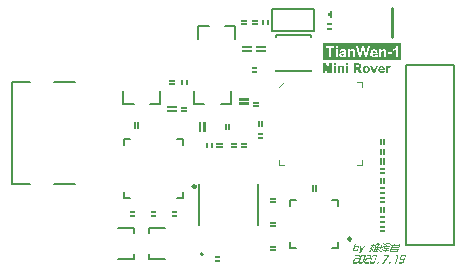
<source format=gto>
G04*
G04 #@! TF.GenerationSoftware,Altium Limited,Altium Designer,18.1.7 (191)*
G04*
G04 Layer_Color=65535*
%FSLAX25Y25*%
%MOIN*%
G70*
G01*
G75*
%ADD10C,0.00787*%
%ADD11C,0.00984*%
%ADD12C,0.00394*%
%ADD13C,0.01000*%
%ADD14C,0.00800*%
%ADD15C,0.00394*%
%ADD16C,0.00500*%
%ADD17C,0.00100*%
%ADD18C,0.00600*%
G36*
X138050Y99450D02*
X137650D01*
Y100250D01*
X136950D01*
Y100750D01*
X137650D01*
Y101550D01*
X138050D01*
Y99450D01*
D02*
G37*
G36*
X113400Y98300D02*
X111600D01*
Y98650D01*
X113400D01*
Y98300D01*
D02*
G37*
G36*
X109900D02*
X108100D01*
Y98650D01*
X109900D01*
Y98300D01*
D02*
G37*
G36*
X116950Y97350D02*
X116600D01*
Y98650D01*
X116950D01*
Y97350D01*
D02*
G37*
G36*
X115400Y98650D02*
Y97350D01*
X115050Y97350D01*
Y98650D01*
X115400Y98650D01*
D02*
G37*
G36*
X113400Y97350D02*
X111600D01*
Y97700D01*
X113400D01*
Y97350D01*
D02*
G37*
G36*
X109900D02*
X108100D01*
Y97700D01*
X109900D01*
Y97350D01*
D02*
G37*
G36*
X138150Y97100D02*
X136850D01*
Y97450D01*
X138150D01*
Y97100D01*
D02*
G37*
G36*
Y95550D02*
X136850D01*
X136850Y95900D01*
X138150D01*
X138150Y95550D01*
D02*
G37*
G36*
X116000Y89950D02*
Y89450D01*
X113000D01*
Y89950D01*
X116000Y89950D01*
D02*
G37*
G36*
X111500Y89450D02*
X108500D01*
Y89950D01*
X111500D01*
Y89450D01*
D02*
G37*
G36*
X116000Y88050D02*
X113000D01*
Y88550D01*
X116000D01*
Y88050D01*
D02*
G37*
G36*
X111500D02*
X108500Y88050D01*
Y88550D01*
X111500D01*
Y88050D01*
D02*
G37*
G36*
X113150Y82600D02*
X111850D01*
Y82950D01*
X113150D01*
Y82600D01*
D02*
G37*
G36*
Y81050D02*
X111850D01*
X111850Y81400D01*
X113150D01*
X113150Y81050D01*
D02*
G37*
G36*
X85900Y78300D02*
X84100D01*
Y78650D01*
X85900D01*
Y78300D01*
D02*
G37*
G36*
X89950Y77350D02*
X89600Y77350D01*
Y78650D01*
X89950Y78650D01*
Y77350D01*
D02*
G37*
G36*
X88400D02*
X88050D01*
Y78650D01*
X88400D01*
Y77350D01*
D02*
G37*
G36*
X85900D02*
X84100D01*
Y77700D01*
X85900D01*
Y77350D01*
D02*
G37*
G36*
X110457Y72450D02*
Y71950D01*
X107457D01*
Y72450D01*
X110457Y72450D01*
D02*
G37*
G36*
X113857Y70800D02*
X112057D01*
Y71150D01*
X113857D01*
Y70800D01*
D02*
G37*
G36*
X110457Y70550D02*
X107457D01*
Y71050D01*
X110457D01*
Y70550D01*
D02*
G37*
G36*
X113857Y69850D02*
X112057D01*
Y70200D01*
X113857D01*
Y69850D01*
D02*
G37*
G36*
X86500Y69450D02*
X83500D01*
Y69950D01*
X86500D01*
Y69450D01*
D02*
G37*
G36*
X89900Y69300D02*
X88100D01*
Y69650D01*
X89900D01*
Y69300D01*
D02*
G37*
G36*
Y68350D02*
X88100D01*
Y68700D01*
X89900D01*
Y68350D01*
D02*
G37*
G36*
X86500Y68050D02*
X83500Y68050D01*
Y68550D01*
X86500D01*
Y68050D01*
D02*
G37*
G36*
X115150Y63100D02*
X114800D01*
Y64900D01*
X115150D01*
Y63100D01*
D02*
G37*
G36*
X114200D02*
X113850D01*
Y64900D01*
X114200D01*
Y63100D01*
D02*
G37*
G36*
X73650Y62600D02*
X73300D01*
Y64400D01*
X73650D01*
Y62600D01*
D02*
G37*
G36*
X72700D02*
X72350D01*
Y64400D01*
X72700D01*
Y62600D01*
D02*
G37*
G36*
X104150Y62100D02*
X103800D01*
Y63900D01*
X104150D01*
Y62100D01*
D02*
G37*
G36*
X103200D02*
X102850D01*
Y63900D01*
X103200D01*
Y62100D01*
D02*
G37*
G36*
X95950Y61500D02*
X95450D01*
Y64500D01*
X95950D01*
Y61500D01*
D02*
G37*
G36*
X94550D02*
X94050D01*
X94050Y64500D01*
X94550D01*
Y61500D01*
D02*
G37*
G36*
X115150Y60600D02*
X113850D01*
Y60950D01*
X115150D01*
Y60600D01*
D02*
G37*
G36*
Y59050D02*
X113850D01*
X113850Y59400D01*
X115150D01*
X115150Y59050D01*
D02*
G37*
G36*
X109900Y57300D02*
X108100D01*
Y57650D01*
X109900D01*
Y57300D01*
D02*
G37*
G36*
X106400D02*
X104600D01*
Y57650D01*
X106400D01*
Y57300D01*
D02*
G37*
G36*
X101700D02*
X99900D01*
Y57650D01*
X101700D01*
Y57300D01*
D02*
G37*
G36*
X155650Y57100D02*
X155300D01*
Y58900D01*
X155650D01*
Y57100D01*
D02*
G37*
G36*
X154700D02*
X154350D01*
Y58900D01*
X154700D01*
Y57100D01*
D02*
G37*
G36*
X109900Y56350D02*
X108100D01*
Y56700D01*
X109900D01*
Y56350D01*
D02*
G37*
G36*
X106400D02*
X104600D01*
Y56700D01*
X106400D01*
Y56350D01*
D02*
G37*
G36*
X101700D02*
X99900D01*
Y56700D01*
X101700D01*
Y56350D01*
D02*
G37*
G36*
X98350D02*
X98000Y56350D01*
Y57650D01*
X98350Y57650D01*
Y56350D01*
D02*
G37*
G36*
X96800D02*
X96450D01*
Y57650D01*
X96800D01*
Y56350D01*
D02*
G37*
G36*
X155650Y53878D02*
X155300D01*
Y55678D01*
X155650D01*
Y53878D01*
D02*
G37*
G36*
X154700D02*
X154350D01*
Y55678D01*
X154700D01*
Y53878D01*
D02*
G37*
G36*
X155650Y50656D02*
X155300D01*
Y52456D01*
X155650D01*
Y50656D01*
D02*
G37*
G36*
X154700D02*
X154350D01*
Y52456D01*
X154700D01*
Y50656D01*
D02*
G37*
G36*
X155650Y48933D02*
X154350D01*
X154350Y49283D01*
X155650D01*
X155650Y48933D01*
D02*
G37*
G36*
X155650Y47383D02*
X154350D01*
Y47733D01*
X155650D01*
Y47383D01*
D02*
G37*
G36*
Y44211D02*
X155300D01*
Y46011D01*
X155650D01*
Y44211D01*
D02*
G37*
G36*
X154700D02*
X154350D01*
Y46011D01*
X154700D01*
Y44211D01*
D02*
G37*
G36*
X155650Y42489D02*
X154350D01*
X154350Y42839D01*
X155650D01*
X155650Y42489D01*
D02*
G37*
G36*
X133150Y41700D02*
X132800D01*
Y43500D01*
X133150D01*
Y41700D01*
D02*
G37*
G36*
X132200D02*
X131850D01*
Y43500D01*
X132200D01*
Y41700D01*
D02*
G37*
G36*
X155650Y40939D02*
X154350D01*
Y41289D01*
X155650D01*
Y40939D01*
D02*
G37*
G36*
X155650Y39267D02*
X154350D01*
X154350Y39617D01*
X155650D01*
X155650Y39267D01*
D02*
G37*
G36*
X119400Y38800D02*
X117600D01*
Y39150D01*
X119400D01*
Y38800D01*
D02*
G37*
G36*
Y37850D02*
X117600D01*
Y38200D01*
X119400D01*
Y37850D01*
D02*
G37*
G36*
X155650Y37717D02*
X154350D01*
Y38067D01*
X155650D01*
Y37717D01*
D02*
G37*
G36*
X86450Y34600D02*
X85150D01*
Y34950D01*
X86450D01*
Y34600D01*
D02*
G37*
G36*
X79450D02*
X78150D01*
Y34950D01*
X79450D01*
Y34600D01*
D02*
G37*
G36*
X72450D02*
X71150D01*
X71150Y34950D01*
X72450D01*
X72450Y34600D01*
D02*
G37*
G36*
X155650Y34544D02*
X155300D01*
Y36344D01*
X155650D01*
Y34544D01*
D02*
G37*
G36*
X154700D02*
X154350D01*
Y36344D01*
X154700D01*
Y34544D01*
D02*
G37*
G36*
X86450Y33050D02*
X85150D01*
X85150Y33400D01*
X86450D01*
X86450Y33050D01*
D02*
G37*
G36*
X79450D02*
X78150D01*
X78150Y33400D01*
X79450D01*
X79450Y33050D01*
D02*
G37*
G36*
X72450D02*
X71150D01*
Y33400D01*
X72450D01*
Y33050D01*
D02*
G37*
G36*
X155650Y32822D02*
X154350D01*
X154350Y33172D01*
X155650D01*
X155650Y32822D01*
D02*
G37*
G36*
X155650Y31272D02*
X154350D01*
Y31622D01*
X155650D01*
Y31272D01*
D02*
G37*
G36*
X119400Y30800D02*
X117600D01*
Y31150D01*
X119400D01*
Y30800D01*
D02*
G37*
G36*
Y29850D02*
X117600D01*
Y30200D01*
X119400D01*
Y29850D01*
D02*
G37*
G36*
X155650Y29600D02*
X154350D01*
X154350Y29950D01*
X155650D01*
X155650Y29600D01*
D02*
G37*
G36*
X155650Y28050D02*
X154350D01*
Y28400D01*
X155650D01*
Y28050D01*
D02*
G37*
G36*
X119400Y22800D02*
X117600D01*
Y23150D01*
X119400D01*
Y22800D01*
D02*
G37*
G36*
Y21850D02*
X117600D01*
Y22200D01*
X119400D01*
Y21850D01*
D02*
G37*
G36*
X100650Y19600D02*
X99350D01*
Y19950D01*
X100650D01*
Y19600D01*
D02*
G37*
G36*
Y18050D02*
X99350D01*
X99350Y18400D01*
X100650D01*
X100650Y18050D01*
D02*
G37*
G36*
X162723Y20234D02*
X162768Y20231D01*
X162819Y20220D01*
X162875Y20205D01*
X162934Y20179D01*
X162986Y20142D01*
X163030Y20094D01*
X163034Y20086D01*
X163045Y20072D01*
X163056Y20042D01*
X163071Y20001D01*
X163078Y19953D01*
X163082Y19898D01*
X163078Y19835D01*
X163071Y19801D01*
X163060Y19764D01*
X162416Y17870D01*
Y17866D01*
X162412Y17859D01*
X162409Y17848D01*
X162401Y17829D01*
X162379Y17785D01*
X162349Y17729D01*
X162312Y17666D01*
X162268Y17607D01*
X162213Y17548D01*
X162146Y17496D01*
X162142D01*
X162139Y17489D01*
X162127Y17485D01*
X162113Y17474D01*
X162072Y17452D01*
X162024Y17426D01*
X161965Y17400D01*
X161898Y17378D01*
X161828Y17363D01*
X161758Y17356D01*
X160881D01*
X160862Y17359D01*
X160840Y17367D01*
X160810Y17374D01*
X160781Y17389D01*
X160751Y17411D01*
X160722Y17437D01*
X160718Y17441D01*
X160710Y17452D01*
X160696Y17470D01*
X160685Y17496D01*
X160670Y17530D01*
X160662Y17570D01*
X160655Y17615D01*
X160659Y17666D01*
Y17670D01*
Y17678D01*
X160662Y17689D01*
X160666Y17711D01*
X160670Y17733D01*
X160677Y17766D01*
X160685Y17807D01*
X160696Y17852D01*
X161114D01*
Y17848D01*
X161110Y17833D01*
Y17811D01*
Y17789D01*
X161121Y17766D01*
X161136Y17744D01*
X161165Y17729D01*
X161188Y17726D01*
X161820D01*
X161835Y17729D01*
X161854D01*
X161898Y17744D01*
X161924Y17752D01*
X161946Y17766D01*
X161950Y17770D01*
X161954Y17774D01*
X161965Y17785D01*
X161976Y17803D01*
X161991Y17826D01*
X162005Y17855D01*
X162024Y17892D01*
X162042Y17937D01*
X162183Y18351D01*
Y18355D01*
X162187Y18358D01*
X162190Y18377D01*
X162194Y18406D01*
Y18440D01*
X162183Y18469D01*
X162164Y18499D01*
X162150Y18510D01*
X162131Y18518D01*
X162109Y18525D01*
X161402D01*
X161384Y18529D01*
X161358D01*
X161332Y18532D01*
X161276Y18547D01*
X161214Y18566D01*
X161154Y18595D01*
X161103Y18636D01*
X161080Y18658D01*
X161066Y18688D01*
Y18691D01*
X161062Y18695D01*
X161058Y18706D01*
Y18721D01*
X161051Y18758D01*
X161047Y18810D01*
Y18813D01*
Y18828D01*
Y18847D01*
X161051Y18876D01*
Y18906D01*
X161058Y18939D01*
X161073Y19006D01*
X161343Y19805D01*
Y19809D01*
X161347Y19813D01*
X161354Y19835D01*
X161373Y19864D01*
X161395Y19905D01*
X161425Y19953D01*
X161465Y20005D01*
X161517Y20057D01*
X161576Y20105D01*
X161580D01*
X161584Y20112D01*
X161595Y20116D01*
X161606Y20127D01*
X161643Y20145D01*
X161691Y20171D01*
X161743Y20197D01*
X161806Y20216D01*
X161872Y20231D01*
X161939Y20238D01*
X162705D01*
X162723Y20234D01*
D02*
G37*
G36*
X159996Y20227D02*
X160044D01*
X160100Y20220D01*
X160159Y20212D01*
X160215Y20205D01*
X160270Y20190D01*
X160274D01*
X160289Y20182D01*
X160311Y20171D01*
X160337Y20157D01*
X160366Y20138D01*
X160396Y20112D01*
X160425Y20075D01*
X160451Y20034D01*
X160455Y20027D01*
X160459Y20020D01*
X160462Y20005D01*
X160466Y19986D01*
X160470Y19968D01*
X160474Y19942D01*
X160477Y19916D01*
Y19883D01*
Y19846D01*
X160474Y19805D01*
X160470Y19761D01*
X160459Y19713D01*
X160448Y19657D01*
X160433Y19602D01*
X160414Y19539D01*
X159674Y17367D01*
X159279D01*
X159996Y19468D01*
Y19472D01*
X160000Y19476D01*
X160004Y19487D01*
X160007Y19502D01*
X160015Y19539D01*
X160026Y19579D01*
X160033Y19627D01*
X160037Y19676D01*
Y19720D01*
X160026Y19757D01*
X160022Y19761D01*
X160015Y19775D01*
X160004Y19790D01*
X159982Y19813D01*
X159956Y19831D01*
X159919Y19850D01*
X159874Y19861D01*
X159819Y19864D01*
X159597D01*
X159722Y20231D01*
X159959D01*
X159996Y20227D01*
D02*
G37*
G36*
X151216Y20231D02*
X151261Y20227D01*
X151309Y20216D01*
X151364Y20201D01*
X151416Y20175D01*
X151464Y20142D01*
X151505Y20097D01*
X151508Y20090D01*
X151520Y20075D01*
X151531Y20046D01*
X151542Y20012D01*
X151549Y19968D01*
X151553Y19916D01*
X151549Y19857D01*
X151531Y19794D01*
X151335Y19213D01*
Y19209D01*
X151331Y19202D01*
X151327Y19191D01*
X151320Y19176D01*
X151301Y19135D01*
X151275Y19084D01*
X151242Y19028D01*
X151201Y18969D01*
X151153Y18913D01*
X151098Y18865D01*
X151094D01*
X151090Y18858D01*
X151079Y18850D01*
X151061Y18843D01*
X151042Y18832D01*
X151020Y18821D01*
X150965Y18795D01*
X150898Y18765D01*
X150820Y18743D01*
X150732Y18728D01*
X150635Y18721D01*
X149999D01*
X149980Y18717D01*
X149962Y18714D01*
X149910Y18702D01*
X149884Y18688D01*
X149858Y18673D01*
X149855Y18669D01*
X149847Y18665D01*
X149836Y18654D01*
X149825Y18643D01*
X149795Y18606D01*
X149784Y18584D01*
X149773Y18558D01*
X149559Y17925D01*
Y17922D01*
X149555Y17918D01*
X149551Y17896D01*
X149548Y17866D01*
Y17833D01*
X149551Y17796D01*
X149570Y17766D01*
X149584Y17755D01*
X149603Y17744D01*
X149625Y17740D01*
X149655Y17737D01*
X150846D01*
X150720Y17367D01*
X149474D01*
X149436Y17370D01*
X149388Y17374D01*
X149340Y17385D01*
X149292Y17396D01*
X149248Y17415D01*
X149214Y17437D01*
Y17441D01*
X149207Y17445D01*
X149189Y17467D01*
X149166Y17500D01*
X149144Y17548D01*
X149126Y17611D01*
X149118Y17648D01*
X149115Y17689D01*
X149118Y17733D01*
X149122Y17781D01*
X149133Y17829D01*
X149148Y17885D01*
X149399Y18625D01*
Y18629D01*
X149403Y18632D01*
X149411Y18654D01*
X149429Y18691D01*
X149451Y18732D01*
X149481Y18784D01*
X149522Y18836D01*
X149566Y18888D01*
X149621Y18936D01*
X149625Y18939D01*
X149629Y18943D01*
X149640Y18950D01*
X149655Y18961D01*
X149677Y18973D01*
X149699Y18984D01*
X149755Y19013D01*
X149821Y19043D01*
X149903Y19065D01*
X149992Y19084D01*
X150091Y19091D01*
X150706D01*
X150732Y19095D01*
X150765Y19098D01*
X150805Y19113D01*
X150850Y19132D01*
X150891Y19161D01*
X150928Y19202D01*
X150942Y19224D01*
X150953Y19254D01*
X151102Y19694D01*
Y19698D01*
X151105Y19709D01*
X151109Y19724D01*
X151113Y19742D01*
X151116Y19783D01*
X151113Y19801D01*
X151105Y19816D01*
Y19820D01*
X151098Y19824D01*
X151090Y19831D01*
X151076Y19842D01*
X151057Y19850D01*
X151031Y19857D01*
X151002Y19861D01*
X150961Y19864D01*
X149877D01*
X150003Y20234D01*
X151201D01*
X151216Y20231D01*
D02*
G37*
G36*
X147368D02*
X147413Y20227D01*
X147461Y20216D01*
X147516Y20201D01*
X147568Y20175D01*
X147616Y20142D01*
X147657Y20097D01*
X147661Y20090D01*
X147672Y20075D01*
X147683Y20046D01*
X147694Y20012D01*
X147701Y19968D01*
X147705Y19916D01*
X147701Y19857D01*
X147683Y19794D01*
X147487Y19213D01*
Y19209D01*
X147483Y19202D01*
X147479Y19191D01*
X147472Y19176D01*
X147453Y19135D01*
X147427Y19084D01*
X147394Y19028D01*
X147353Y18969D01*
X147305Y18913D01*
X147250Y18865D01*
X147246D01*
X147242Y18858D01*
X147231Y18850D01*
X147213Y18843D01*
X147194Y18832D01*
X147172Y18821D01*
X147117Y18795D01*
X147050Y18765D01*
X146972Y18743D01*
X146883Y18728D01*
X146787Y18721D01*
X146151D01*
X146132Y18717D01*
X146114Y18714D01*
X146062Y18702D01*
X146036Y18688D01*
X146010Y18673D01*
X146007Y18669D01*
X145999Y18665D01*
X145988Y18654D01*
X145977Y18643D01*
X145947Y18606D01*
X145936Y18584D01*
X145925Y18558D01*
X145711Y17925D01*
Y17922D01*
X145707Y17918D01*
X145703Y17896D01*
X145700Y17866D01*
Y17833D01*
X145703Y17796D01*
X145722Y17766D01*
X145737Y17755D01*
X145755Y17744D01*
X145777Y17740D01*
X145807Y17737D01*
X146998D01*
X146872Y17367D01*
X145625D01*
X145589Y17370D01*
X145540Y17374D01*
X145492Y17385D01*
X145444Y17396D01*
X145400Y17415D01*
X145367Y17437D01*
Y17441D01*
X145359Y17445D01*
X145341Y17467D01*
X145318Y17500D01*
X145296Y17548D01*
X145278Y17611D01*
X145270Y17648D01*
X145267Y17689D01*
X145270Y17733D01*
X145274Y17781D01*
X145285Y17829D01*
X145300Y17885D01*
X145552Y18625D01*
Y18629D01*
X145555Y18632D01*
X145563Y18654D01*
X145581Y18691D01*
X145603Y18732D01*
X145633Y18784D01*
X145674Y18836D01*
X145718Y18888D01*
X145773Y18936D01*
X145777Y18939D01*
X145781Y18943D01*
X145792Y18950D01*
X145807Y18961D01*
X145829Y18973D01*
X145851Y18984D01*
X145907Y19013D01*
X145973Y19043D01*
X146055Y19065D01*
X146143Y19084D01*
X146243Y19091D01*
X146858D01*
X146883Y19095D01*
X146917Y19098D01*
X146958Y19113D01*
X147002Y19132D01*
X147043Y19161D01*
X147080Y19202D01*
X147094Y19224D01*
X147106Y19254D01*
X147254Y19694D01*
Y19698D01*
X147257Y19709D01*
X147261Y19724D01*
X147265Y19742D01*
X147268Y19783D01*
X147265Y19801D01*
X147257Y19816D01*
Y19820D01*
X147250Y19824D01*
X147242Y19831D01*
X147228Y19842D01*
X147209Y19850D01*
X147183Y19857D01*
X147154Y19861D01*
X147113Y19864D01*
X146029D01*
X146155Y20234D01*
X147353D01*
X147368Y20231D01*
D02*
G37*
G36*
X157018Y20227D02*
X157051D01*
X157084Y20223D01*
X157125Y20216D01*
X157210Y20194D01*
X157251Y20175D01*
X157288Y20157D01*
X157321Y20131D01*
X157351Y20101D01*
X157369Y20068D01*
X157380Y20027D01*
Y19979D01*
X157369Y19927D01*
Y19924D01*
X157362Y19909D01*
X157354Y19890D01*
X157343Y19864D01*
X157329Y19835D01*
X157310Y19801D01*
X157269Y19735D01*
X157092Y19483D01*
X155634Y17363D01*
X155175D01*
X156714Y19602D01*
X156718Y19605D01*
X156722Y19613D01*
X156733Y19627D01*
X156744Y19646D01*
X156766Y19683D01*
X156774Y19702D01*
X156781Y19716D01*
Y19724D01*
X156785Y19738D01*
Y19761D01*
X156777Y19790D01*
X156763Y19816D01*
X156748Y19827D01*
X156733Y19838D01*
X156711Y19846D01*
X156685Y19853D01*
X156651Y19861D01*
X155582D01*
X155708Y20231D01*
X156996D01*
X157018Y20227D01*
D02*
G37*
G36*
X157728Y17356D02*
X157266D01*
X157443Y17874D01*
X157906D01*
X157728Y17356D01*
D02*
G37*
G36*
X153880D02*
X153418D01*
X153595Y17874D01*
X154058D01*
X153880Y17356D01*
D02*
G37*
G36*
X153129Y20231D02*
X153177Y20227D01*
X153229Y20216D01*
X153285Y20197D01*
X153340Y20168D01*
X153388Y20131D01*
X153410Y20105D01*
X153425Y20079D01*
X153429Y20072D01*
X153436Y20053D01*
X153444Y20020D01*
X153455Y19975D01*
X153458Y19924D01*
Y19861D01*
X153447Y19790D01*
X153429Y19716D01*
X152804Y17874D01*
Y17870D01*
X152800Y17863D01*
X152796Y17852D01*
X152789Y17833D01*
X152767Y17789D01*
X152741Y17733D01*
X152704Y17670D01*
X152659Y17607D01*
X152607Y17548D01*
X152544Y17496D01*
X152541Y17493D01*
X152533Y17489D01*
X152515Y17478D01*
X152496Y17463D01*
X152471Y17448D01*
X152441Y17433D01*
X152374Y17404D01*
X152371Y17400D01*
X152356Y17396D01*
X152334Y17389D01*
X152308Y17382D01*
X152245Y17363D01*
X152211Y17359D01*
X152182Y17356D01*
X151390D01*
X151375Y17359D01*
X151335Y17363D01*
X151286Y17374D01*
X151231Y17393D01*
X151175Y17415D01*
X151127Y17452D01*
X151083Y17500D01*
X151079Y17507D01*
X151068Y17526D01*
X151057Y17556D01*
X151046Y17596D01*
X151039Y17648D01*
Y17711D01*
X151046Y17785D01*
X151057Y17826D01*
X151068Y17866D01*
X151693Y19698D01*
Y19702D01*
X151697Y19709D01*
X151701Y19720D01*
X151708Y19738D01*
X151731Y19783D01*
X151760Y19838D01*
X151797Y19898D01*
X151845Y19964D01*
X151901Y20027D01*
X151967Y20086D01*
X151971D01*
X151975Y20094D01*
X151986Y20101D01*
X152001Y20109D01*
X152038Y20134D01*
X152086Y20160D01*
X152145Y20186D01*
X152208Y20212D01*
X152278Y20227D01*
X152348Y20234D01*
X153114D01*
X153129Y20231D01*
D02*
G37*
G36*
X149281D02*
X149329Y20227D01*
X149381Y20216D01*
X149436Y20197D01*
X149492Y20168D01*
X149540Y20131D01*
X149562Y20105D01*
X149577Y20079D01*
X149581Y20072D01*
X149588Y20053D01*
X149596Y20020D01*
X149607Y19975D01*
X149610Y19924D01*
Y19861D01*
X149599Y19790D01*
X149581Y19716D01*
X148956Y17874D01*
Y17870D01*
X148952Y17863D01*
X148948Y17852D01*
X148941Y17833D01*
X148918Y17789D01*
X148893Y17733D01*
X148856Y17670D01*
X148811Y17607D01*
X148759Y17548D01*
X148696Y17496D01*
X148693Y17493D01*
X148685Y17489D01*
X148667Y17478D01*
X148648Y17463D01*
X148623Y17448D01*
X148593Y17433D01*
X148526Y17404D01*
X148523Y17400D01*
X148508Y17396D01*
X148486Y17389D01*
X148460Y17382D01*
X148397Y17363D01*
X148363Y17359D01*
X148334Y17356D01*
X147542D01*
X147527Y17359D01*
X147487Y17363D01*
X147439Y17374D01*
X147383Y17393D01*
X147327Y17415D01*
X147279Y17452D01*
X147235Y17500D01*
X147231Y17507D01*
X147220Y17526D01*
X147209Y17556D01*
X147198Y17596D01*
X147191Y17648D01*
Y17711D01*
X147198Y17785D01*
X147209Y17826D01*
X147220Y17866D01*
X147845Y19698D01*
Y19702D01*
X147849Y19709D01*
X147853Y19720D01*
X147860Y19738D01*
X147882Y19783D01*
X147912Y19838D01*
X147949Y19898D01*
X147997Y19964D01*
X148053Y20027D01*
X148119Y20086D01*
X148123D01*
X148127Y20094D01*
X148138Y20101D01*
X148153Y20109D01*
X148190Y20134D01*
X148238Y20160D01*
X148297Y20186D01*
X148360Y20212D01*
X148430Y20227D01*
X148500Y20234D01*
X149266D01*
X149281Y20231D01*
D02*
G37*
G36*
X154100Y23742D02*
X154560D01*
X154456Y23437D01*
X153996D01*
X153850Y23009D01*
X154310D01*
X154207Y22705D01*
X153747D01*
X153611Y22300D01*
X154071D01*
X153967Y21995D01*
X153507D01*
X153358Y21561D01*
X153824D01*
X153718Y21253D01*
X152512D01*
X152477Y21257D01*
X152435Y21260D01*
X152392Y21263D01*
X152350Y21273D01*
X152315Y21283D01*
X152302Y21289D01*
X152292Y21295D01*
X152289Y21299D01*
X152276Y21312D01*
X152263Y21334D01*
X152247Y21363D01*
X152237Y21399D01*
X152230Y21444D01*
Y21500D01*
X152237Y21529D01*
X152247Y21561D01*
X152726Y22967D01*
X152720Y22964D01*
X152703Y22951D01*
X152678Y22935D01*
X152645Y22915D01*
X152609Y22893D01*
X152567Y22867D01*
X152525Y22844D01*
X152483Y22825D01*
X152626Y23246D01*
X152629Y23249D01*
X152635Y23252D01*
X152645Y23262D01*
X152658Y23272D01*
X152674Y23288D01*
X152694Y23304D01*
X152745Y23350D01*
X152804Y23408D01*
X152869Y23479D01*
X152940Y23560D01*
X153018Y23657D01*
X153021Y23664D01*
X153034Y23680D01*
X153057Y23712D01*
X153086Y23755D01*
X153102Y23780D01*
X153121Y23810D01*
X153141Y23842D01*
X153164Y23878D01*
X153189Y23917D01*
X153215Y23962D01*
X153241Y24007D01*
X153270Y24056D01*
X153614D01*
X153611Y24049D01*
X153601Y24033D01*
X153585Y24007D01*
X153565Y23972D01*
X153536Y23926D01*
X153504Y23871D01*
X153465Y23810D01*
X153423Y23742D01*
X153795D01*
X153902Y24056D01*
X154207D01*
X154100Y23742D01*
D02*
G37*
G36*
X157793Y24046D02*
X157826Y24040D01*
X157858Y24030D01*
X157891Y24014D01*
X157920Y23994D01*
X157942Y23968D01*
X157946Y23965D01*
X157949Y23952D01*
X157955Y23936D01*
X157962Y23910D01*
X157965Y23881D01*
Y23845D01*
X157959Y23803D01*
X157946Y23755D01*
X157842Y23453D01*
X157544D01*
X157602Y23625D01*
X157606Y23631D01*
Y23644D01*
X157609Y23664D01*
Y23687D01*
X157602Y23706D01*
X157586Y23725D01*
X157573Y23735D01*
X157560Y23738D01*
X157544Y23745D01*
X156462D01*
X156446Y23742D01*
X156407Y23732D01*
X156387Y23725D01*
X156374Y23716D01*
X156371Y23712D01*
X156358Y23699D01*
X156342Y23674D01*
X156326Y23641D01*
X156261Y23453D01*
X155956D01*
X156057Y23738D01*
Y23742D01*
X156060Y23745D01*
X156067Y23761D01*
X156079Y23790D01*
X156096Y23823D01*
X156115Y23858D01*
X156144Y23897D01*
X156173Y23936D01*
X156212Y23968D01*
X156219Y23972D01*
X156232Y23981D01*
X156254Y23994D01*
X156280Y24011D01*
X156316Y24024D01*
X156355Y24036D01*
X156400Y24046D01*
X156446Y24049D01*
X157767D01*
X157793Y24046D01*
D02*
G37*
G36*
X148255Y21383D02*
X148252Y21380D01*
X148248Y21373D01*
X148239Y21360D01*
X148226Y21344D01*
X148213Y21325D01*
X148197Y21299D01*
X148154Y21247D01*
X148109Y21192D01*
X148057Y21137D01*
X148005Y21085D01*
X147979Y21062D01*
X147954Y21043D01*
X147950D01*
X147947Y21036D01*
X147937Y21033D01*
X147924Y21023D01*
X147908Y21017D01*
X147889Y21007D01*
X147840Y20984D01*
X147782Y20962D01*
X147714Y20945D01*
X147639Y20933D01*
X147555Y20926D01*
X147244D01*
X147348Y21237D01*
X147581D01*
X147604Y21240D01*
X147633Y21244D01*
X147665Y21247D01*
X147698Y21257D01*
X147733Y21266D01*
X147766Y21283D01*
X147769Y21286D01*
X147782Y21292D01*
X147798Y21305D01*
X147821Y21325D01*
X147847Y21347D01*
X147879Y21380D01*
X147911Y21419D01*
X147944Y21464D01*
X148047Y21616D01*
X147921D01*
X147898Y21619D01*
X147869Y21623D01*
X147834Y21629D01*
X147798Y21636D01*
X147766Y21649D01*
X147733Y21665D01*
X147730Y21668D01*
X147717Y21678D01*
X147698Y21697D01*
X147678Y21720D01*
X147659Y21752D01*
X147639Y21791D01*
X147630Y21836D01*
X147626Y21888D01*
X147668Y23175D01*
X148015D01*
X147979Y22112D01*
Y22109D01*
Y22105D01*
Y22086D01*
X147986Y22060D01*
X147996Y22031D01*
X148015Y21998D01*
X148041Y21973D01*
X148057Y21963D01*
X148080Y21953D01*
X148103Y21950D01*
X148132Y21947D01*
X148138D01*
X148158Y21950D01*
X148187Y21956D01*
X148222Y21966D01*
X148265Y21986D01*
X148310Y22018D01*
X148333Y22034D01*
X148355Y22057D01*
X148378Y22083D01*
X148397Y22112D01*
X149088Y23175D01*
X149431D01*
X148255Y21383D01*
D02*
G37*
G36*
X146159Y23162D02*
X147033D01*
X147050Y23158D01*
X147069D01*
X147092Y23155D01*
X147140Y23145D01*
X147195Y23133D01*
X147247Y23110D01*
X147296Y23081D01*
X147318Y23065D01*
X147335Y23042D01*
X147338Y23035D01*
X147348Y23022D01*
X147357Y23000D01*
X147370Y22967D01*
X147377Y22928D01*
X147380Y22883D01*
X147377Y22834D01*
X147364Y22779D01*
X147069Y21908D01*
Y21905D01*
X147066Y21898D01*
X147063Y21888D01*
X147056Y21872D01*
X147037Y21836D01*
X147014Y21788D01*
X146982Y21739D01*
X146943Y21684D01*
X146894Y21636D01*
X146839Y21590D01*
X146836D01*
X146833Y21584D01*
X146823Y21581D01*
X146810Y21571D01*
X146781Y21555D01*
X146739Y21532D01*
X146690Y21509D01*
X146635Y21493D01*
X146577Y21480D01*
X146518Y21474D01*
X145631D01*
X145601Y21477D01*
X145569Y21483D01*
X145533Y21493D01*
X145494Y21509D01*
X145456Y21529D01*
X145420Y21555D01*
X145413Y21561D01*
X145404Y21574D01*
X145387Y21603D01*
X145371Y21642D01*
X145365Y21665D01*
X145362Y21694D01*
X145358Y21723D01*
Y21759D01*
X145362Y21798D01*
X145368Y21840D01*
X145378Y21885D01*
X145394Y21934D01*
X146094Y23994D01*
X146444D01*
X146159Y23162D01*
D02*
G37*
G36*
X155785Y24049D02*
X155814Y24043D01*
X155843Y24036D01*
X155875Y24024D01*
X155901Y24004D01*
X155927Y23981D01*
X155930Y23978D01*
X155937Y23965D01*
X155947Y23949D01*
X155956Y23923D01*
X155963Y23894D01*
X155966Y23858D01*
X155963Y23816D01*
X155950Y23771D01*
X155227Y21642D01*
X155224Y21636D01*
X155218Y21619D01*
X155208Y21594D01*
X155192Y21564D01*
X155169Y21529D01*
X155146Y21493D01*
X155117Y21457D01*
X155082Y21428D01*
X155075Y21425D01*
X155062Y21415D01*
X155039Y21402D01*
X155007Y21386D01*
X154971Y21370D01*
X154929Y21357D01*
X154884Y21347D01*
X154835Y21344D01*
X154398D01*
X154382Y21347D01*
X154362D01*
X154314Y21360D01*
X154288Y21370D01*
X154262Y21383D01*
X154236Y21396D01*
X154213Y21415D01*
X154194Y21441D01*
X154181Y21470D01*
X154171Y21503D01*
X154168Y21545D01*
X154174Y21590D01*
X154187Y21642D01*
X154907Y23758D01*
X154910Y23764D01*
X154916Y23780D01*
X154926Y23806D01*
X154946Y23836D01*
X154968Y23871D01*
X154994Y23907D01*
X155030Y23946D01*
X155072Y23978D01*
X155078Y23981D01*
X155091Y23991D01*
X155111Y24001D01*
X155140Y24017D01*
X155175Y24030D01*
X155211Y24040D01*
X155253Y24049D01*
X155299Y24053D01*
X155762D01*
X155785Y24049D01*
D02*
G37*
G36*
X151200Y21733D02*
Y21730D01*
X151197Y21723D01*
X151190Y21710D01*
X151184Y21694D01*
X151177Y21675D01*
X151168Y21655D01*
X151142Y21603D01*
X151113Y21548D01*
X151077Y21493D01*
X151038Y21441D01*
X150993Y21396D01*
X150986Y21393D01*
X150970Y21380D01*
X150941Y21360D01*
X150905Y21341D01*
X150860Y21318D01*
X150811Y21299D01*
X150753Y21283D01*
X150691Y21276D01*
X150789Y21558D01*
X150795D01*
X150811Y21564D01*
X150834Y21574D01*
X150853Y21590D01*
X150857Y21597D01*
X150863Y21603D01*
X150870Y21613D01*
X150876Y21629D01*
X150886Y21652D01*
X150899Y21684D01*
X150912Y21720D01*
X151375Y23029D01*
X151657D01*
X151200Y21733D01*
D02*
G37*
G36*
X160930Y24020D02*
X160969Y24017D01*
X161007Y24011D01*
X161046Y23998D01*
X161082Y23985D01*
X161108Y23965D01*
X161111Y23962D01*
X161121Y23949D01*
X161131Y23930D01*
X161140Y23900D01*
X161150Y23862D01*
Y23813D01*
X161144Y23755D01*
X161134Y23719D01*
X161124Y23683D01*
X161040Y23440D01*
X161195D01*
X161092Y23136D01*
X160940D01*
X160855Y22893D01*
Y22889D01*
X160849Y22880D01*
X160842Y22864D01*
X160833Y22841D01*
X160820Y22818D01*
X160803Y22789D01*
X160784Y22760D01*
X160761Y22731D01*
X160732Y22702D01*
X160700Y22672D01*
X160664Y22643D01*
X160625Y22621D01*
X160583Y22598D01*
X160535Y22582D01*
X160479Y22572D01*
X160421Y22569D01*
X158454D01*
X158451Y22562D01*
X158438Y22549D01*
X158422Y22527D01*
X158396Y22498D01*
X158364Y22462D01*
X158328Y22420D01*
X158286Y22374D01*
X158241Y22326D01*
X160347D01*
X160360Y22322D01*
X160395Y22319D01*
X160437Y22313D01*
X160483Y22297D01*
X160525Y22277D01*
X160560Y22251D01*
X160573Y22232D01*
X160583Y22212D01*
Y22209D01*
X160586Y22199D01*
X160590Y22180D01*
Y22157D01*
X160586Y22125D01*
X160583Y22083D01*
X160570Y22034D01*
X160554Y21979D01*
X160415Y21564D01*
Y21561D01*
X160408Y21551D01*
X160402Y21538D01*
X160395Y21519D01*
X160382Y21496D01*
X160366Y21470D01*
X160347Y21444D01*
X160324Y21415D01*
X160295Y21386D01*
X160262Y21360D01*
X160227Y21334D01*
X160188Y21312D01*
X160142Y21295D01*
X160094Y21279D01*
X160039Y21270D01*
X159977Y21266D01*
X157949D01*
X157933Y21270D01*
X157910D01*
X157884Y21276D01*
X157858Y21283D01*
X157829Y21289D01*
X157800Y21302D01*
X157771Y21315D01*
X157745Y21334D01*
X157722Y21357D01*
X157703Y21383D01*
X157693Y21415D01*
X157686Y21454D01*
X157690Y21496D01*
X157703Y21545D01*
X157871Y22041D01*
X157865Y22037D01*
X157852Y22034D01*
X157829Y22024D01*
X157803Y22015D01*
X157771Y22005D01*
X157738Y21995D01*
X157703Y21986D01*
X157670Y21982D01*
X157774Y22287D01*
X157777D01*
X157781Y22290D01*
X157800Y22297D01*
X157829Y22310D01*
X157871Y22335D01*
X157894Y22352D01*
X157920Y22371D01*
X157949Y22394D01*
X157981Y22420D01*
X158014Y22449D01*
X158049Y22485D01*
X158085Y22523D01*
X158124Y22569D01*
X157946D01*
X158049Y22873D01*
X158357D01*
X158555Y23136D01*
X158062D01*
X158166Y23440D01*
X158785D01*
X158995Y23719D01*
X158338D01*
X158441Y24024D01*
X160901D01*
X160930Y24020D01*
D02*
G37*
G36*
X151864Y21266D02*
X151611D01*
X152214Y23032D01*
X152467D01*
X151864Y21266D01*
D02*
G37*
G36*
X152720Y23735D02*
X152311D01*
X152237Y23508D01*
X152648D01*
X152545Y23204D01*
X152133D01*
X151472Y21266D01*
X151168D01*
X151829Y23204D01*
X151378D01*
X151482Y23508D01*
X151932D01*
X152007Y23735D01*
X151563D01*
X151660Y24020D01*
X152817D01*
X152720Y23735D01*
D02*
G37*
G36*
X156484Y23272D02*
X157781D01*
X157677Y22967D01*
X156300D01*
X156297Y22964D01*
X156290Y22954D01*
X156280Y22938D01*
X156271Y22919D01*
X156245Y22880D01*
X156232Y22857D01*
X156222Y22841D01*
X156219Y22834D01*
X156209Y22821D01*
X156199Y22799D01*
X156183Y22776D01*
X156170Y22750D01*
X156154Y22727D01*
X156144Y22711D01*
X156138Y22702D01*
X156135Y22698D01*
X156131Y22692D01*
X156125Y22682D01*
X156115Y22666D01*
X156099Y22637D01*
X156086Y22611D01*
Y22608D01*
X156083Y22601D01*
Y22591D01*
X156086Y22579D01*
X156089Y22566D01*
X156099Y22556D01*
X156115Y22549D01*
X156141Y22546D01*
X156497D01*
X156598Y22841D01*
X156902D01*
X156799Y22540D01*
X157531D01*
X157431Y22242D01*
X156698D01*
X156585Y21914D01*
X157317D01*
X157217Y21613D01*
X156484D01*
X156365Y21263D01*
X156060D01*
X156180Y21613D01*
X155347D01*
X155451Y21914D01*
X156280D01*
X156394Y22242D01*
X155908D01*
X155885Y22245D01*
X155856Y22251D01*
X155824Y22261D01*
X155791Y22274D01*
X155762Y22293D01*
X155739Y22319D01*
X155736Y22322D01*
X155733Y22332D01*
X155726Y22348D01*
X155720Y22371D01*
X155717Y22397D01*
X155713Y22429D01*
X155720Y22465D01*
X155730Y22504D01*
Y22507D01*
X155736Y22517D01*
X155746Y22540D01*
X155759Y22569D01*
X155772Y22588D01*
X155785Y22614D01*
X155798Y22640D01*
X155817Y22672D01*
X155836Y22708D01*
X155859Y22747D01*
X155885Y22792D01*
X155914Y22841D01*
X155989Y22967D01*
X155794D01*
X155898Y23272D01*
X156177D01*
X156290Y23463D01*
X156604D01*
X156484Y23272D01*
D02*
G37*
G36*
X143711Y83529D02*
X143097D01*
Y84097D01*
X143711D01*
Y83529D01*
D02*
G37*
G36*
X139738D02*
X139124D01*
Y84097D01*
X139738D01*
Y83529D01*
D02*
G37*
G36*
X157655Y83265D02*
X157705Y83256D01*
X157770Y83242D01*
X157839Y83219D01*
X157909Y83192D01*
X157983Y83150D01*
X157789Y82619D01*
X157784Y82623D01*
X157761Y82632D01*
X157733Y82651D01*
X157696Y82670D01*
X157650Y82688D01*
X157604Y82706D01*
X157553Y82716D01*
X157502Y82720D01*
X157484D01*
X157456Y82716D01*
X157428Y82711D01*
X157396Y82702D01*
X157359Y82688D01*
X157322Y82670D01*
X157285Y82646D01*
X157280Y82642D01*
X157271Y82632D01*
X157253Y82614D01*
X157234Y82586D01*
X157211Y82554D01*
X157188Y82508D01*
X157165Y82452D01*
X157146Y82388D01*
Y82378D01*
X157142Y82364D01*
X157137Y82351D01*
Y82328D01*
X157132Y82300D01*
X157128Y82263D01*
X157123Y82221D01*
X157119Y82175D01*
X157114Y82115D01*
X157109Y82055D01*
Y81981D01*
X157105Y81902D01*
X157100Y81815D01*
Y81718D01*
Y81612D01*
Y80900D01*
X156486D01*
Y83219D01*
X157054D01*
Y82891D01*
X157059Y82896D01*
X157077Y82924D01*
X157105Y82965D01*
X157142Y83016D01*
X157179Y83067D01*
X157225Y83118D01*
X157266Y83164D01*
X157313Y83196D01*
X157317Y83201D01*
X157331Y83210D01*
X157359Y83219D01*
X157391Y83233D01*
X157428Y83247D01*
X157474Y83261D01*
X157521Y83265D01*
X157576Y83270D01*
X157613D01*
X157655Y83265D01*
D02*
G37*
G36*
X141766D02*
X141817Y83261D01*
X141873Y83252D01*
X141933Y83238D01*
X141997Y83219D01*
X142062Y83196D01*
X142071Y83192D01*
X142090Y83182D01*
X142122Y83168D01*
X142159Y83145D01*
X142201Y83118D01*
X142242Y83085D01*
X142284Y83048D01*
X142321Y83007D01*
X142325Y83002D01*
X142335Y82988D01*
X142349Y82965D01*
X142367Y82933D01*
X142390Y82896D01*
X142409Y82850D01*
X142427Y82803D01*
X142441Y82748D01*
Y82743D01*
X142446Y82720D01*
X142455Y82688D01*
X142459Y82642D01*
X142469Y82586D01*
X142473Y82512D01*
X142478Y82434D01*
Y82337D01*
Y80900D01*
X141863D01*
Y82078D01*
Y82083D01*
Y82097D01*
Y82115D01*
Y82138D01*
Y82170D01*
Y82203D01*
X141859Y82281D01*
X141854Y82360D01*
X141845Y82443D01*
X141836Y82512D01*
X141831Y82540D01*
X141822Y82563D01*
Y82568D01*
X141813Y82582D01*
X141803Y82600D01*
X141789Y82628D01*
X141748Y82683D01*
X141725Y82711D01*
X141692Y82734D01*
X141688Y82739D01*
X141679Y82743D01*
X141660Y82753D01*
X141632Y82766D01*
X141600Y82780D01*
X141568Y82790D01*
X141526Y82794D01*
X141480Y82799D01*
X141452D01*
X141425Y82794D01*
X141387Y82790D01*
X141341Y82776D01*
X141295Y82762D01*
X141244Y82739D01*
X141193Y82711D01*
X141189Y82706D01*
X141175Y82697D01*
X141152Y82674D01*
X141124Y82651D01*
X141096Y82614D01*
X141069Y82577D01*
X141041Y82526D01*
X141023Y82475D01*
Y82471D01*
X141013Y82448D01*
X141009Y82411D01*
X140999Y82355D01*
X140995Y82323D01*
X140990Y82281D01*
X140986Y82240D01*
Y82189D01*
X140981Y82138D01*
X140976Y82078D01*
Y82013D01*
Y81944D01*
Y80900D01*
X140362D01*
Y83219D01*
X140930D01*
Y82877D01*
X140935Y82882D01*
X140944Y82896D01*
X140963Y82914D01*
X140986Y82937D01*
X141013Y82970D01*
X141050Y83002D01*
X141092Y83039D01*
X141138Y83076D01*
X141189Y83108D01*
X141249Y83145D01*
X141309Y83178D01*
X141378Y83210D01*
X141452Y83233D01*
X141526Y83252D01*
X141609Y83265D01*
X141692Y83270D01*
X141725D01*
X141766Y83265D01*
D02*
G37*
G36*
X138477Y80900D02*
X137881D01*
X137876Y83413D01*
X137248Y80900D01*
X136624D01*
X135996Y83413D01*
Y80900D01*
X135400D01*
Y84097D01*
X136366D01*
X136939Y81912D01*
X137507Y84097D01*
X138477D01*
Y80900D01*
D02*
G37*
G36*
X152725D02*
X152171D01*
X151237Y83219D01*
X151880D01*
X152318Y82032D01*
X152443Y81639D01*
X152448Y81644D01*
X152452Y81662D01*
X152462Y81690D01*
X152471Y81718D01*
X152494Y81787D01*
X152503Y81815D01*
X152508Y81838D01*
Y81842D01*
X152513Y81856D01*
X152517Y81875D01*
X152526Y81898D01*
X152545Y81963D01*
X152573Y82032D01*
X153016Y83219D01*
X153644D01*
X152725Y80900D01*
D02*
G37*
G36*
X147075Y84092D02*
X147126D01*
X147176Y84088D01*
X147236D01*
X147357Y84074D01*
X147481Y84060D01*
X147597Y84037D01*
X147648Y84023D01*
X147694Y84009D01*
X147698D01*
X147703Y84005D01*
X147731Y83991D01*
X147772Y83968D01*
X147828Y83940D01*
X147888Y83894D01*
X147948Y83843D01*
X148008Y83778D01*
X148063Y83700D01*
Y83695D01*
X148068Y83691D01*
X148077Y83677D01*
X148087Y83663D01*
X148110Y83617D01*
X148137Y83556D01*
X148160Y83483D01*
X148184Y83399D01*
X148202Y83302D01*
X148207Y83201D01*
Y83196D01*
Y83187D01*
Y83164D01*
X148202Y83141D01*
Y83108D01*
X148197Y83076D01*
X148179Y82993D01*
X148156Y82896D01*
X148119Y82799D01*
X148063Y82697D01*
X148031Y82651D01*
X147994Y82605D01*
X147989Y82600D01*
X147985Y82595D01*
X147971Y82582D01*
X147952Y82568D01*
X147934Y82549D01*
X147906Y82526D01*
X147874Y82503D01*
X147837Y82480D01*
X147795Y82452D01*
X147745Y82429D01*
X147694Y82406D01*
X147638Y82383D01*
X147574Y82360D01*
X147509Y82341D01*
X147440Y82323D01*
X147361Y82309D01*
X147366D01*
X147370Y82305D01*
X147398Y82286D01*
X147435Y82263D01*
X147481Y82231D01*
X147537Y82189D01*
X147592Y82147D01*
X147652Y82097D01*
X147703Y82041D01*
X147708Y82037D01*
X147731Y82013D01*
X147758Y81976D01*
X147800Y81921D01*
X147855Y81852D01*
X147883Y81805D01*
X147916Y81759D01*
X147952Y81709D01*
X147989Y81653D01*
X148031Y81588D01*
X148073Y81524D01*
X148465Y80900D01*
X147689D01*
X147227Y81593D01*
X147223Y81598D01*
X147218Y81612D01*
X147204Y81630D01*
X147186Y81653D01*
X147167Y81681D01*
X147144Y81718D01*
X147093Y81792D01*
X147033Y81875D01*
X146978Y81949D01*
X146927Y82018D01*
X146904Y82041D01*
X146885Y82064D01*
X146881Y82069D01*
X146871Y82078D01*
X146853Y82097D01*
X146830Y82120D01*
X146798Y82138D01*
X146765Y82161D01*
X146728Y82180D01*
X146691Y82198D01*
X146687D01*
X146673Y82203D01*
X146650Y82212D01*
X146613Y82217D01*
X146566Y82226D01*
X146511Y82231D01*
X146446Y82235D01*
X146239D01*
Y80900D01*
X145592D01*
Y84097D01*
X147033D01*
X147075Y84092D01*
D02*
G37*
G36*
X143711Y80900D02*
X143097D01*
Y83219D01*
X143711D01*
Y80900D01*
D02*
G37*
G36*
X139738D02*
X139124D01*
Y83219D01*
X139738D01*
Y80900D01*
D02*
G37*
G36*
X154993Y83265D02*
X155035Y83261D01*
X155086Y83252D01*
X155141Y83242D01*
X155201Y83228D01*
X155266Y83210D01*
X155331Y83187D01*
X155400Y83159D01*
X155469Y83122D01*
X155534Y83085D01*
X155599Y83039D01*
X155663Y82984D01*
X155719Y82924D01*
X155723Y82919D01*
X155733Y82910D01*
X155746Y82887D01*
X155765Y82859D01*
X155788Y82822D01*
X155811Y82780D01*
X155839Y82725D01*
X155867Y82665D01*
X155894Y82595D01*
X155922Y82517D01*
X155945Y82434D01*
X155968Y82337D01*
X155987Y82235D01*
X156001Y82124D01*
X156010Y82009D01*
Y81879D01*
X154476D01*
Y81875D01*
Y81866D01*
Y81852D01*
X154481Y81833D01*
X154485Y81787D01*
X154495Y81722D01*
X154513Y81658D01*
X154541Y81584D01*
X154573Y81515D01*
X154619Y81454D01*
X154624Y81450D01*
X154647Y81431D01*
X154675Y81408D01*
X154716Y81380D01*
X154767Y81353D01*
X154832Y81330D01*
X154901Y81311D01*
X154975Y81307D01*
X154998D01*
X155026Y81311D01*
X155058Y81316D01*
X155095Y81325D01*
X155137Y81339D01*
X155178Y81357D01*
X155215Y81385D01*
X155220Y81390D01*
X155234Y81399D01*
X155252Y81417D01*
X155271Y81445D01*
X155298Y81482D01*
X155321Y81524D01*
X155344Y81579D01*
X155368Y81639D01*
X155977Y81538D01*
Y81533D01*
X155973Y81524D01*
X155964Y81505D01*
X155954Y81482D01*
X155940Y81454D01*
X155927Y81422D01*
X155885Y81348D01*
X155834Y81265D01*
X155770Y81177D01*
X155691Y81099D01*
X155603Y81025D01*
X155599D01*
X155594Y81015D01*
X155576Y81011D01*
X155557Y80997D01*
X155534Y80983D01*
X155502Y80969D01*
X155469Y80955D01*
X155428Y80937D01*
X155335Y80905D01*
X155229Y80877D01*
X155104Y80858D01*
X154970Y80849D01*
X154943D01*
X154915Y80854D01*
X154873D01*
X154823Y80863D01*
X154762Y80872D01*
X154698Y80882D01*
X154633Y80900D01*
X154559Y80919D01*
X154485Y80946D01*
X154411Y80979D01*
X154337Y81015D01*
X154263Y81062D01*
X154194Y81112D01*
X154134Y81173D01*
X154074Y81242D01*
X154069Y81247D01*
X154065Y81256D01*
X154056Y81274D01*
X154037Y81297D01*
X154023Y81330D01*
X154005Y81367D01*
X153982Y81408D01*
X153963Y81459D01*
X153940Y81515D01*
X153922Y81574D01*
X153899Y81639D01*
X153885Y81713D01*
X153871Y81787D01*
X153857Y81866D01*
X153852Y81953D01*
X153848Y82041D01*
Y82046D01*
Y82064D01*
Y82097D01*
X153852Y82138D01*
X153857Y82184D01*
X153861Y82240D01*
X153871Y82300D01*
X153885Y82369D01*
X153922Y82512D01*
X153945Y82586D01*
X153972Y82665D01*
X154009Y82739D01*
X154051Y82808D01*
X154097Y82877D01*
X154148Y82942D01*
X154153Y82947D01*
X154162Y82956D01*
X154180Y82974D01*
X154203Y82993D01*
X154231Y83016D01*
X154268Y83044D01*
X154310Y83076D01*
X154356Y83108D01*
X154407Y83136D01*
X154467Y83168D01*
X154527Y83196D01*
X154596Y83219D01*
X154665Y83238D01*
X154744Y83256D01*
X154823Y83265D01*
X154906Y83270D01*
X154956D01*
X154993Y83265D01*
D02*
G37*
G36*
X149948D02*
X149995Y83261D01*
X150045Y83252D01*
X150106Y83242D01*
X150165Y83228D01*
X150235Y83210D01*
X150304Y83187D01*
X150373Y83159D01*
X150447Y83127D01*
X150521Y83085D01*
X150591Y83039D01*
X150660Y82988D01*
X150724Y82928D01*
X150729Y82924D01*
X150738Y82914D01*
X150757Y82891D01*
X150775Y82868D01*
X150803Y82831D01*
X150831Y82794D01*
X150863Y82743D01*
X150896Y82693D01*
X150923Y82632D01*
X150955Y82568D01*
X150983Y82494D01*
X151011Y82420D01*
X151030Y82337D01*
X151048Y82254D01*
X151057Y82161D01*
X151062Y82064D01*
Y82060D01*
Y82041D01*
Y82013D01*
X151057Y81976D01*
X151053Y81930D01*
X151043Y81879D01*
X151034Y81819D01*
X151020Y81759D01*
X151002Y81690D01*
X150979Y81621D01*
X150951Y81547D01*
X150919Y81473D01*
X150877Y81399D01*
X150831Y81330D01*
X150780Y81260D01*
X150720Y81191D01*
X150715Y81186D01*
X150706Y81177D01*
X150688Y81159D01*
X150660Y81136D01*
X150628Y81112D01*
X150586Y81085D01*
X150540Y81053D01*
X150489Y81020D01*
X150429Y80988D01*
X150364Y80955D01*
X150295Y80928D01*
X150216Y80905D01*
X150138Y80882D01*
X150050Y80863D01*
X149962Y80854D01*
X149865Y80849D01*
X149833D01*
X149810Y80854D01*
X149782D01*
X149750Y80858D01*
X149671Y80868D01*
X149574Y80886D01*
X149472Y80909D01*
X149366Y80946D01*
X149255Y80992D01*
X149251D01*
X149241Y80997D01*
X149228Y81006D01*
X149209Y81020D01*
X149158Y81053D01*
X149094Y81099D01*
X149024Y81159D01*
X148951Y81233D01*
X148881Y81316D01*
X148817Y81413D01*
Y81417D01*
X148812Y81427D01*
X148803Y81441D01*
X148793Y81464D01*
X148784Y81491D01*
X148770Y81524D01*
X148756Y81561D01*
X148743Y81602D01*
X148729Y81648D01*
X148715Y81699D01*
X148692Y81815D01*
X148673Y81949D01*
X148669Y82092D01*
Y82097D01*
Y82106D01*
Y82124D01*
X148673Y82143D01*
Y82170D01*
X148678Y82203D01*
X148687Y82281D01*
X148706Y82369D01*
X148733Y82466D01*
X148766Y82572D01*
X148817Y82679D01*
Y82683D01*
X148826Y82693D01*
X148830Y82706D01*
X148844Y82725D01*
X148881Y82776D01*
X148927Y82840D01*
X148987Y82910D01*
X149061Y82984D01*
X149144Y83053D01*
X149241Y83118D01*
X149246D01*
X149255Y83122D01*
X149269Y83131D01*
X149292Y83141D01*
X149315Y83155D01*
X149348Y83164D01*
X149385Y83178D01*
X149422Y83196D01*
X149514Y83224D01*
X149620Y83247D01*
X149736Y83265D01*
X149861Y83270D01*
X149911D01*
X149948Y83265D01*
D02*
G37*
G36*
X161379Y90743D02*
Y85144D01*
X135400D01*
Y90743D01*
X161379D01*
D02*
G37*
%LPC*%
G36*
X162546Y19868D02*
X161950D01*
X161928Y19864D01*
X161894Y19861D01*
X161854Y19850D01*
X161813Y19831D01*
X161772Y19805D01*
X161739Y19768D01*
X161713Y19720D01*
X161498Y19091D01*
Y19087D01*
X161495Y19072D01*
X161487Y19054D01*
X161484Y19032D01*
X161480Y18984D01*
Y18965D01*
X161487Y18947D01*
X161491Y18943D01*
X161495Y18939D01*
X161506Y18932D01*
X161521Y18921D01*
X161539Y18910D01*
X161565Y18902D01*
X161595Y18899D01*
X161628Y18895D01*
X162179D01*
X162201Y18899D01*
X162231Y18902D01*
X162290Y18917D01*
X162320Y18928D01*
X162346Y18943D01*
X162349Y18947D01*
X162353Y18950D01*
X162364Y18961D01*
X162375Y18976D01*
X162390Y18991D01*
X162401Y19013D01*
X162416Y19043D01*
X162427Y19072D01*
X162638Y19690D01*
Y19694D01*
X162642Y19698D01*
X162645Y19720D01*
X162649Y19746D01*
Y19779D01*
X162642Y19813D01*
X162623Y19842D01*
X162612Y19853D01*
X162594Y19861D01*
X162572Y19864D01*
X162546Y19868D01*
D02*
G37*
G36*
X152922Y19864D02*
X152300D01*
X152286Y19861D01*
X152267D01*
X152223Y19846D01*
X152200Y19838D01*
X152178Y19824D01*
X152174Y19820D01*
X152167Y19816D01*
X152145Y19794D01*
X152115Y19757D01*
X152104Y19735D01*
X152093Y19713D01*
X151486Y17922D01*
Y17918D01*
X151483Y17914D01*
X151479Y17892D01*
X151475Y17859D01*
Y17826D01*
X151483Y17789D01*
X151494Y17770D01*
X151508Y17755D01*
X151523Y17744D01*
X151546Y17733D01*
X151571Y17729D01*
X151605Y17726D01*
X152178D01*
X152200Y17729D01*
X152226Y17733D01*
X152282Y17744D01*
X152311Y17755D01*
X152334Y17770D01*
X152337Y17774D01*
X152345Y17777D01*
X152352Y17789D01*
X152367Y17807D01*
X152382Y17826D01*
X152397Y17852D01*
X152411Y17885D01*
X152426Y17922D01*
X153022Y19683D01*
Y19687D01*
X153025Y19690D01*
X153029Y19713D01*
X153033Y19742D01*
Y19775D01*
X153025Y19809D01*
X153007Y19835D01*
X152992Y19850D01*
X152974Y19857D01*
X152952Y19861D01*
X152922Y19864D01*
D02*
G37*
G36*
X149074D02*
X148452D01*
X148438Y19861D01*
X148419D01*
X148375Y19846D01*
X148352Y19838D01*
X148330Y19824D01*
X148327Y19820D01*
X148319Y19816D01*
X148297Y19794D01*
X148267Y19757D01*
X148256Y19735D01*
X148245Y19713D01*
X147638Y17922D01*
Y17918D01*
X147635Y17914D01*
X147631Y17892D01*
X147627Y17859D01*
Y17826D01*
X147635Y17789D01*
X147646Y17770D01*
X147661Y17755D01*
X147675Y17744D01*
X147697Y17733D01*
X147723Y17729D01*
X147757Y17726D01*
X148330D01*
X148352Y17729D01*
X148378Y17733D01*
X148434Y17744D01*
X148463Y17755D01*
X148486Y17770D01*
X148489Y17774D01*
X148497Y17777D01*
X148504Y17789D01*
X148519Y17807D01*
X148534Y17826D01*
X148548Y17852D01*
X148563Y17885D01*
X148578Y17922D01*
X149174Y19683D01*
Y19687D01*
X149178Y19690D01*
X149181Y19713D01*
X149185Y19742D01*
Y19775D01*
X149178Y19809D01*
X149159Y19835D01*
X149144Y19850D01*
X149126Y19857D01*
X149103Y19861D01*
X149074Y19864D01*
D02*
G37*
G36*
X153692Y23437D02*
X153206D01*
X153176Y23392D01*
X153044Y23009D01*
X153546D01*
X153692Y23437D01*
D02*
G37*
G36*
X153442Y22705D02*
X152940D01*
X152804Y22300D01*
X153306D01*
X153442Y22705D01*
D02*
G37*
G36*
X153202Y21995D02*
X152700D01*
X152593Y21678D01*
Y21675D01*
X152590Y21668D01*
X152587Y21655D01*
X152584Y21642D01*
X152577Y21613D01*
Y21603D01*
Y21594D01*
X152580Y21587D01*
X152587Y21584D01*
X152593Y21577D01*
X152606Y21571D01*
X152626Y21568D01*
X152648Y21561D01*
X153053D01*
X153202Y21995D01*
D02*
G37*
G36*
X146891Y22851D02*
X146230D01*
X146204Y22847D01*
X146152Y22841D01*
X146129Y22834D01*
X146113Y22828D01*
X146110Y22825D01*
X146100Y22818D01*
X146087Y22808D01*
X146071Y22796D01*
X146052Y22779D01*
X146036Y22760D01*
X146019Y22734D01*
X146006Y22708D01*
X145754Y21960D01*
Y21956D01*
X145750Y21953D01*
X145747Y21934D01*
X145744Y21905D01*
Y21872D01*
X145750Y21840D01*
X145757Y21827D01*
X145770Y21811D01*
X145783Y21801D01*
X145802Y21791D01*
X145825Y21788D01*
X145851Y21785D01*
X146518D01*
X146538Y21788D01*
X146560Y21791D01*
X146609Y21801D01*
X146632Y21811D01*
X146654Y21824D01*
X146658Y21827D01*
X146664Y21830D01*
X146670Y21840D01*
X146684Y21856D01*
X146696Y21872D01*
X146709Y21895D01*
X146722Y21921D01*
X146735Y21953D01*
X146985Y22689D01*
Y22692D01*
X146988Y22695D01*
X146991Y22715D01*
X146994Y22740D01*
Y22770D01*
X146985Y22799D01*
X146978Y22812D01*
X146969Y22825D01*
X146956Y22834D01*
X146936Y22844D01*
X146917Y22847D01*
X146891Y22851D01*
D02*
G37*
G36*
X155548Y23748D02*
X155295D01*
X155279Y23745D01*
X155256Y23738D01*
X155231Y23725D01*
X155224Y23722D01*
X155211Y23706D01*
X155192Y23687D01*
X155179Y23657D01*
X154916Y22893D01*
X155347D01*
X155610Y23657D01*
Y23661D01*
X155613Y23670D01*
Y23687D01*
Y23703D01*
X155606Y23719D01*
X155597Y23735D01*
X155577Y23745D01*
X155548Y23748D01*
D02*
G37*
G36*
X155244Y22588D02*
X154813D01*
X154531Y21752D01*
Y21749D01*
X154527Y21736D01*
X154524Y21720D01*
Y21700D01*
X154531Y21678D01*
X154547Y21662D01*
X154570Y21649D01*
X154586Y21645D01*
X154842D01*
X154855Y21649D01*
X154884Y21655D01*
X154907Y21665D01*
X154913Y21671D01*
X154926Y21684D01*
X154942Y21710D01*
X154958Y21743D01*
X155244Y22588D01*
D02*
G37*
G36*
X160722Y23719D02*
X159326D01*
X159115Y23440D01*
X160739D01*
X160797Y23612D01*
Y23615D01*
X160800Y23622D01*
X160803Y23644D01*
X160807Y23670D01*
X160803Y23683D01*
X160797Y23693D01*
X160794Y23696D01*
X160787Y23703D01*
X160777Y23706D01*
X160765Y23712D01*
X160745Y23716D01*
X160722Y23719D01*
D02*
G37*
G36*
X160635Y23136D02*
X158882D01*
X158688Y22873D01*
X160437D01*
X160453Y22877D01*
X160486Y22880D01*
X160502Y22883D01*
X160515Y22889D01*
X160518D01*
X160521Y22896D01*
X160531Y22903D01*
X160541Y22912D01*
X160551Y22925D01*
X160564Y22941D01*
X160573Y22961D01*
X160583Y22987D01*
X160635Y23136D01*
D02*
G37*
G36*
X160181Y22024D02*
X160159D01*
X160100Y22021D01*
X158257D01*
X158237Y22018D01*
X158215Y22012D01*
X158192Y21998D01*
X158169Y21982D01*
X158150Y21960D01*
X158137Y21930D01*
X158046Y21668D01*
Y21665D01*
X158043Y21652D01*
Y21639D01*
X158046Y21619D01*
X158053Y21603D01*
X158072Y21587D01*
X158098Y21574D01*
X158114Y21571D01*
X159945D01*
X159968Y21574D01*
X159993D01*
X160023Y21577D01*
X160052Y21584D01*
X160074Y21590D01*
X160094Y21600D01*
X160097D01*
X160100Y21607D01*
X160107Y21613D01*
X160117Y21623D01*
X160126Y21636D01*
X160136Y21652D01*
X160146Y21675D01*
X160155Y21700D01*
X160217Y21882D01*
Y21885D01*
X160220Y21895D01*
X160223Y21908D01*
X160230Y21924D01*
X160236Y21956D01*
Y21973D01*
X160233Y21986D01*
Y21989D01*
X160230Y21992D01*
X160220Y22005D01*
X160211Y22012D01*
X160197Y22018D01*
X160181Y22024D01*
D02*
G37*
G36*
X146978Y83556D02*
X146239D01*
Y82743D01*
X146867D01*
X146959Y82748D01*
X147056Y82753D01*
X147153Y82757D01*
X147195Y82762D01*
X147232Y82766D01*
X147269Y82776D01*
X147292Y82780D01*
X147297D01*
X147310Y82790D01*
X147334Y82799D01*
X147357Y82813D01*
X147417Y82854D01*
X147444Y82882D01*
X147472Y82914D01*
X147477Y82919D01*
X147481Y82933D01*
X147495Y82951D01*
X147509Y82979D01*
X147518Y83016D01*
X147532Y83057D01*
X147537Y83104D01*
X147541Y83155D01*
Y83164D01*
Y83182D01*
X147537Y83210D01*
X147532Y83247D01*
X147518Y83289D01*
X147504Y83330D01*
X147481Y83376D01*
X147454Y83413D01*
X147449Y83418D01*
X147440Y83432D01*
X147417Y83446D01*
X147389Y83469D01*
X147357Y83492D01*
X147315Y83510D01*
X147264Y83529D01*
X147209Y83543D01*
X147204D01*
X147190Y83547D01*
X147162D01*
X147121Y83552D01*
X147019D01*
X146978Y83556D01*
D02*
G37*
G36*
X154943Y82799D02*
X154910D01*
X154873Y82790D01*
X154827Y82780D01*
X154776Y82762D01*
X154721Y82739D01*
X154665Y82702D01*
X154615Y82651D01*
X154610Y82646D01*
X154596Y82623D01*
X154573Y82591D01*
X154550Y82545D01*
X154522Y82489D01*
X154504Y82420D01*
X154490Y82341D01*
X154485Y82254D01*
X155400D01*
Y82258D01*
Y82267D01*
Y82277D01*
X155395Y82295D01*
X155391Y82346D01*
X155382Y82402D01*
X155363Y82466D01*
X155340Y82535D01*
X155303Y82600D01*
X155261Y82656D01*
X155257Y82660D01*
X155238Y82679D01*
X155211Y82702D01*
X155174Y82730D01*
X155127Y82753D01*
X155072Y82776D01*
X155012Y82794D01*
X154943Y82799D01*
D02*
G37*
G36*
X149865Y82771D02*
X149842D01*
X149824Y82766D01*
X149782Y82762D01*
X149727Y82748D01*
X149662Y82725D01*
X149593Y82693D01*
X149523Y82646D01*
X149459Y82586D01*
X149454Y82577D01*
X149436Y82554D01*
X149408Y82508D01*
X149380Y82452D01*
X149348Y82378D01*
X149325Y82286D01*
X149306Y82180D01*
X149297Y82060D01*
Y82055D01*
Y82046D01*
Y82027D01*
X149302Y82004D01*
Y81972D01*
X149306Y81940D01*
X149315Y81866D01*
X149338Y81778D01*
X149366Y81690D01*
X149403Y81602D01*
X149459Y81528D01*
X149468Y81519D01*
X149486Y81501D01*
X149523Y81473D01*
X149574Y81441D01*
X149630Y81404D01*
X149699Y81376D01*
X149777Y81357D01*
X149865Y81348D01*
X149888D01*
X149907Y81353D01*
X149948Y81357D01*
X150004Y81371D01*
X150068Y81394D01*
X150138Y81422D01*
X150203Y81468D01*
X150267Y81528D01*
X150276Y81538D01*
X150295Y81561D01*
X150318Y81607D01*
X150350Y81662D01*
X150383Y81741D01*
X150406Y81829D01*
X150424Y81940D01*
X150434Y82060D01*
Y82064D01*
Y82073D01*
Y82092D01*
X150429Y82115D01*
Y82143D01*
X150424Y82180D01*
X150415Y82254D01*
X150392Y82337D01*
X150364Y82425D01*
X150323Y82512D01*
X150267Y82586D01*
X150258Y82595D01*
X150239Y82614D01*
X150203Y82646D01*
X150156Y82679D01*
X150096Y82711D01*
X150031Y82743D01*
X149953Y82762D01*
X149865Y82771D01*
D02*
G37*
G36*
X140324Y89722D02*
X139647D01*
Y89096D01*
X140324D01*
Y89722D01*
D02*
G37*
G36*
X160379Y89743D02*
X159829D01*
X159778Y89626D01*
X159712Y89519D01*
X159641Y89417D01*
X159570Y89335D01*
X159509Y89269D01*
X159453Y89218D01*
X159432Y89198D01*
X159417Y89183D01*
X159407Y89178D01*
X159402Y89173D01*
X159290Y89091D01*
X159183Y89020D01*
X159086Y88964D01*
X159000Y88923D01*
X158928Y88893D01*
X158877Y88867D01*
X158857Y88862D01*
X158842Y88857D01*
X158837Y88852D01*
X158832D01*
Y88867D01*
Y86200D01*
Y88241D01*
X159015Y88312D01*
X159178Y88389D01*
X159254Y88429D01*
X159325Y88475D01*
X159391Y88516D01*
X159453Y88557D01*
X159509Y88597D01*
X159560Y88633D01*
X159600Y88664D01*
X159636Y88694D01*
X159666Y88720D01*
X159687Y88735D01*
X159697Y88745D01*
X159702Y88750D01*
Y86200D01*
X158832D01*
X160379D01*
Y89743D01*
D02*
G37*
G36*
X141858Y88811D02*
X140839D01*
D01*
X141858D01*
D02*
G37*
G36*
X139647Y89096D02*
D01*
Y88755D01*
Y89096D01*
D02*
G37*
G36*
X156475Y88811D02*
X154144D01*
X155610D01*
X155518Y88806D01*
X155426Y88791D01*
X155345Y88771D01*
X155263Y88745D01*
X155187Y88709D01*
X155121Y88674D01*
X155055Y88633D01*
X154999Y88597D01*
X154948Y88557D01*
X154902Y88516D01*
X154861Y88480D01*
X154831Y88445D01*
X154805Y88419D01*
X154785Y88399D01*
X154775Y88384D01*
X154770Y88379D01*
Y88755D01*
X154144D01*
Y86200D01*
X154821D01*
Y87350D01*
Y87427D01*
Y87498D01*
X154826Y87564D01*
X154831Y87620D01*
Y87676D01*
X154836Y87722D01*
X154841Y87768D01*
X154846Y87803D01*
X154856Y87864D01*
X154861Y87905D01*
X154872Y87931D01*
Y87936D01*
X154892Y87992D01*
X154922Y88048D01*
X154953Y88088D01*
X154984Y88129D01*
X155014Y88155D01*
X155040Y88180D01*
X155055Y88190D01*
X155060Y88195D01*
X155116Y88226D01*
X155172Y88251D01*
X155223Y88266D01*
X155274Y88282D01*
X155314Y88287D01*
X155345Y88292D01*
X155376D01*
X155426Y88287D01*
X155472Y88282D01*
X155508Y88272D01*
X155543Y88256D01*
X155574Y88241D01*
X155594Y88231D01*
X155605Y88226D01*
X155610Y88221D01*
X155645Y88195D01*
X155671Y88165D01*
X155717Y88104D01*
X155732Y88073D01*
X155742Y88053D01*
X155752Y88038D01*
Y88032D01*
X155762Y88007D01*
X155768Y87976D01*
X155778Y87900D01*
X155788Y87808D01*
X155793Y87722D01*
X155798Y87635D01*
Y87600D01*
Y87564D01*
Y87539D01*
Y87518D01*
Y87503D01*
Y87498D01*
Y86200D01*
X156475D01*
Y87890D01*
X156470Y87976D01*
X156465Y88058D01*
X156455Y88119D01*
X156449Y88170D01*
X156439Y88205D01*
X156434Y88231D01*
Y88236D01*
X156419Y88297D01*
X156399Y88348D01*
X156378Y88399D01*
X156353Y88440D01*
X156332Y88475D01*
X156317Y88501D01*
X156307Y88516D01*
X156302Y88521D01*
X156261Y88567D01*
X156215Y88608D01*
X156170Y88643D01*
X156124Y88674D01*
X156083Y88699D01*
X156047Y88714D01*
X156027Y88725D01*
X156017Y88730D01*
X155946Y88755D01*
X155874Y88775D01*
X155808Y88791D01*
X155747Y88801D01*
X155691Y88806D01*
X155645Y88811D01*
X156475D01*
D02*
G37*
G36*
X146081D02*
X143750D01*
X145216D01*
X145124Y88806D01*
X145033Y88791D01*
X144951Y88771D01*
X144870Y88745D01*
X144793Y88709D01*
X144727Y88674D01*
X144661Y88633D01*
X144605Y88597D01*
X144554Y88557D01*
X144508Y88516D01*
X144468Y88480D01*
X144437Y88445D01*
X144412Y88419D01*
X144391Y88399D01*
X144381Y88384D01*
X144376Y88379D01*
Y88755D01*
X143750D01*
Y86200D01*
X144427D01*
Y87350D01*
Y87427D01*
Y87498D01*
X144432Y87564D01*
X144437Y87620D01*
Y87676D01*
X144442Y87722D01*
X144447Y87768D01*
X144452Y87803D01*
X144463Y87864D01*
X144468Y87905D01*
X144478Y87931D01*
Y87936D01*
X144498Y87992D01*
X144529Y88048D01*
X144559Y88088D01*
X144590Y88129D01*
X144620Y88155D01*
X144646Y88180D01*
X144661Y88190D01*
X144666Y88195D01*
X144722Y88226D01*
X144778Y88251D01*
X144829Y88266D01*
X144880Y88282D01*
X144921Y88287D01*
X144951Y88292D01*
X144982D01*
X145033Y88287D01*
X145078Y88282D01*
X145114Y88272D01*
X145150Y88256D01*
X145180Y88241D01*
X145201Y88231D01*
X145211Y88226D01*
X145216Y88221D01*
X145252Y88195D01*
X145277Y88165D01*
X145323Y88104D01*
X145338Y88073D01*
X145348Y88053D01*
X145358Y88038D01*
Y88032D01*
X145369Y88007D01*
X145374Y87976D01*
X145384Y87900D01*
X145394Y87808D01*
X145399Y87722D01*
X145404Y87635D01*
Y87600D01*
Y87564D01*
Y87539D01*
Y87518D01*
Y87503D01*
Y87498D01*
Y86200D01*
X146081D01*
Y87890D01*
X146076Y87976D01*
X146071Y88058D01*
X146061Y88119D01*
X146056Y88170D01*
X146046Y88205D01*
X146040Y88231D01*
Y88236D01*
X146025Y88297D01*
X146005Y88348D01*
X145984Y88399D01*
X145959Y88440D01*
X145939Y88475D01*
X145923Y88501D01*
X145913Y88516D01*
X145908Y88521D01*
X145867Y88567D01*
X145822Y88608D01*
X145776Y88643D01*
X145730Y88674D01*
X145689Y88699D01*
X145654Y88714D01*
X145633Y88725D01*
X145623Y88730D01*
X145552Y88755D01*
X145481Y88775D01*
X145414Y88791D01*
X145353Y88801D01*
X145297Y88806D01*
X145252Y88811D01*
X146081D01*
D02*
G37*
G36*
X151049Y89722D02*
X149919D01*
X150331D01*
X149792Y87259D01*
X149181Y89722D01*
X148326D01*
X147685Y87299D01*
X147155Y89722D01*
X147960D01*
X146427D01*
X147262Y86200D01*
X148381D01*
X148036D01*
X148738Y88832D01*
X149430Y86200D01*
X150199D01*
X151049Y89722D01*
D02*
G37*
G36*
X158409Y87819D02*
X157081D01*
Y87142D01*
X158409D01*
Y87819D01*
D02*
G37*
G36*
X143236Y88811D02*
X141923D01*
X141841Y88801D01*
X141760Y88796D01*
X141689Y88781D01*
X141617Y88771D01*
X141556Y88755D01*
X141500Y88735D01*
X141449Y88720D01*
X141409Y88704D01*
X141368Y88684D01*
X141337Y88669D01*
X141307Y88658D01*
X141286Y88643D01*
X141271Y88638D01*
X141266Y88628D01*
X141261D01*
X141174Y88552D01*
X141103Y88465D01*
X141042Y88373D01*
X140991Y88287D01*
X140955Y88205D01*
X140940Y88170D01*
X140930Y88139D01*
X140920Y88114D01*
X140915Y88094D01*
X140910Y88083D01*
Y88078D01*
X141516Y87966D01*
X141541Y88027D01*
X141566Y88078D01*
X141592Y88124D01*
X141622Y88160D01*
X141643Y88185D01*
X141663Y88200D01*
X141673Y88211D01*
X141678Y88216D01*
X141719Y88241D01*
X141765Y88261D01*
X141816Y88272D01*
X141862Y88282D01*
X141902Y88287D01*
X141933Y88292D01*
X141963D01*
X142055Y88287D01*
X142131Y88277D01*
X142192Y88266D01*
X142243Y88251D01*
X142279Y88231D01*
X142304Y88221D01*
X142320Y88211D01*
X142325Y88205D01*
X142360Y88170D01*
X142386Y88129D01*
X142401Y88083D01*
X142416Y88038D01*
X142421Y87992D01*
X142427Y87956D01*
Y87936D01*
Y87925D01*
Y87859D01*
X142391Y87844D01*
X142345Y87829D01*
X142248Y87798D01*
X142136Y87773D01*
X142030Y87747D01*
X141928Y87722D01*
X141882Y87712D01*
X141841Y87707D01*
X141811Y87701D01*
X141785Y87696D01*
X141770Y87691D01*
X141765D01*
X141643Y87666D01*
X141531Y87641D01*
X141439Y87615D01*
X141363Y87590D01*
X141302Y87564D01*
X141261Y87549D01*
X141235Y87539D01*
X141225Y87534D01*
X141159Y87498D01*
X141103Y87457D01*
X141052Y87411D01*
X141017Y87371D01*
X140981Y87335D01*
X140961Y87305D01*
X140945Y87284D01*
X140940Y87274D01*
X140905Y87208D01*
X140879Y87142D01*
X140864Y87081D01*
X140854Y87019D01*
X140844Y86969D01*
X140839Y86928D01*
Y86948D01*
Y86892D01*
X140844Y86831D01*
X140849Y86775D01*
X140874Y86668D01*
X140910Y86577D01*
X140951Y86500D01*
X140991Y86439D01*
X141027Y86393D01*
X141052Y86363D01*
X141062Y86358D01*
Y86353D01*
X141154Y86281D01*
X141256Y86230D01*
X141358Y86195D01*
X141460Y86169D01*
X141546Y86154D01*
X141587Y86149D01*
X141617D01*
X141648Y86144D01*
X141683D01*
X141765Y86149D01*
X141846Y86159D01*
X141918Y86169D01*
X141979Y86185D01*
X142030Y86200D01*
X142070Y86215D01*
X142096Y86220D01*
X142106Y86225D01*
X142177Y86261D01*
X142248Y86297D01*
X142309Y86343D01*
X142366Y86383D01*
X142411Y86419D01*
X142447Y86449D01*
X142467Y86470D01*
X142478Y86475D01*
X142482Y86454D01*
X142493Y86429D01*
X142498Y86409D01*
X142503Y86404D01*
Y86399D01*
X142518Y86353D01*
X142528Y86312D01*
X142538Y86276D01*
X142549Y86251D01*
X142559Y86230D01*
X142564Y86210D01*
X142569Y86205D01*
Y86200D01*
X143236D01*
X143205Y86266D01*
X143180Y86327D01*
X143159Y86383D01*
X143139Y86434D01*
X143129Y86475D01*
X143119Y86510D01*
X143114Y86531D01*
Y86536D01*
X143104Y86602D01*
X143098Y86684D01*
X143088Y86765D01*
Y86846D01*
X143083Y86918D01*
Y86979D01*
Y87004D01*
Y87019D01*
Y87030D01*
Y87035D01*
X143093Y87824D01*
Y87905D01*
X143088Y87976D01*
X143083Y88043D01*
X143078Y88104D01*
X143073Y88160D01*
X143063Y88211D01*
X143058Y88256D01*
X143047Y88292D01*
X143037Y88328D01*
X143032Y88353D01*
X143017Y88399D01*
X143007Y88419D01*
X143002Y88429D01*
X142961Y88485D01*
X142915Y88541D01*
X142864Y88587D01*
X142808Y88628D01*
X142762Y88658D01*
X142722Y88679D01*
X142696Y88694D01*
X142691Y88699D01*
X142686D01*
X142640Y88720D01*
X142595Y88735D01*
X142488Y88765D01*
X142376Y88786D01*
X142269Y88796D01*
X142167Y88806D01*
X142126D01*
X142091Y88811D01*
X143236D01*
D02*
G37*
G36*
X153599D02*
X151217D01*
X152383D01*
X152291Y88806D01*
X152204Y88796D01*
X152118Y88775D01*
X152042Y88755D01*
X151965Y88730D01*
X151899Y88699D01*
X151833Y88664D01*
X151777Y88633D01*
X151726Y88597D01*
X151680Y88562D01*
X151639Y88531D01*
X151609Y88506D01*
X151584Y88485D01*
X151563Y88465D01*
X151553Y88455D01*
X151548Y88450D01*
X151492Y88379D01*
X151441Y88302D01*
X151395Y88226D01*
X151354Y88144D01*
X151324Y88058D01*
X151298Y87976D01*
X151258Y87819D01*
X151242Y87742D01*
X151232Y87676D01*
X151227Y87615D01*
X151222Y87564D01*
X151217Y87518D01*
Y86144D01*
Y87457D01*
X151222Y87361D01*
X151227Y87264D01*
X151242Y87177D01*
X151258Y87096D01*
X151273Y87014D01*
X151298Y86943D01*
X151319Y86877D01*
X151344Y86816D01*
X151365Y86760D01*
X151390Y86714D01*
X151410Y86673D01*
X151426Y86638D01*
X151446Y86612D01*
X151456Y86592D01*
X151461Y86582D01*
X151466Y86577D01*
X151533Y86500D01*
X151599Y86434D01*
X151675Y86378D01*
X151757Y86327D01*
X151838Y86286D01*
X151919Y86251D01*
X152001Y86220D01*
X152082Y86200D01*
X152154Y86180D01*
X152225Y86169D01*
X152291Y86159D01*
X152347Y86149D01*
X152393D01*
X152423Y86144D01*
X152454D01*
X152602Y86154D01*
X152739Y86174D01*
X152856Y86205D01*
X152958Y86241D01*
X153004Y86261D01*
X153039Y86276D01*
X153075Y86292D01*
X153100Y86307D01*
X153121Y86322D01*
X153141Y86327D01*
X153146Y86337D01*
X153151D01*
X153248Y86419D01*
X153334Y86505D01*
X153406Y86602D01*
X153462Y86694D01*
X153507Y86775D01*
X153523Y86811D01*
X153538Y86841D01*
X153548Y86867D01*
X153558Y86887D01*
X153563Y86897D01*
Y86902D01*
X152892Y87014D01*
X152866Y86948D01*
X152841Y86887D01*
X152815Y86841D01*
X152785Y86801D01*
X152764Y86770D01*
X152744Y86750D01*
X152729Y86739D01*
X152724Y86734D01*
X152683Y86704D01*
X152637Y86684D01*
X152591Y86668D01*
X152551Y86658D01*
X152515Y86653D01*
X152484Y86648D01*
X152459D01*
X152377Y86653D01*
X152301Y86673D01*
X152230Y86699D01*
X152174Y86729D01*
X152128Y86760D01*
X152098Y86785D01*
X152072Y86806D01*
X152067Y86811D01*
X152016Y86877D01*
X151980Y86953D01*
X151950Y87035D01*
X151930Y87106D01*
X151919Y87177D01*
X151914Y87228D01*
X151909Y87248D01*
Y87264D01*
Y87274D01*
Y87279D01*
X153599D01*
Y86261D01*
Y87422D01*
X153589Y87549D01*
X153574Y87671D01*
X153553Y87783D01*
X153528Y87890D01*
X153502Y87981D01*
X153472Y88068D01*
X153441Y88144D01*
X153411Y88211D01*
X153380Y88272D01*
X153355Y88317D01*
X153329Y88358D01*
X153309Y88389D01*
X153294Y88414D01*
X153284Y88424D01*
X153278Y88429D01*
X153217Y88496D01*
X153146Y88557D01*
X153075Y88608D01*
X153004Y88648D01*
X152927Y88689D01*
X152851Y88720D01*
X152780Y88745D01*
X152708Y88765D01*
X152642Y88781D01*
X152581Y88791D01*
X152525Y88801D01*
X152479Y88806D01*
X152439Y88811D01*
X153599D01*
D02*
G37*
G36*
X140324Y88755D02*
D01*
X139647D01*
Y86200D01*
X140324D01*
Y88755D01*
D02*
G37*
G36*
X139194Y89722D02*
X136400D01*
Y89127D01*
X137443D01*
Y86200D01*
X136400D01*
X139194D01*
Y89722D01*
D02*
G37*
%LPD*%
G36*
X142427Y87284D02*
Y87203D01*
X142421Y87132D01*
X142416Y87076D01*
X142411Y87030D01*
X142406Y86999D01*
X142401Y86974D01*
X142396Y86963D01*
Y86958D01*
X142381Y86913D01*
X142355Y86867D01*
X142330Y86831D01*
X142304Y86796D01*
X142279Y86770D01*
X142259Y86750D01*
X142243Y86739D01*
X142238Y86734D01*
X142177Y86694D01*
X142111Y86668D01*
X142055Y86648D01*
X141999Y86633D01*
X141953Y86623D01*
X141918Y86617D01*
X141887D01*
X141831Y86623D01*
X141775Y86633D01*
X141729Y86648D01*
X141694Y86668D01*
X141658Y86689D01*
X141638Y86704D01*
X141622Y86714D01*
X141617Y86719D01*
X141582Y86760D01*
X141556Y86801D01*
X141541Y86841D01*
X141531Y86882D01*
X141521Y86913D01*
X141516Y86938D01*
Y86958D01*
Y86963D01*
X141521Y87014D01*
X141536Y87060D01*
X141556Y87101D01*
X141582Y87137D01*
X141602Y87162D01*
X141622Y87182D01*
X141638Y87193D01*
X141643Y87198D01*
X141683Y87218D01*
X141734Y87243D01*
X141795Y87264D01*
X141857Y87279D01*
X141918Y87294D01*
X141963Y87305D01*
X141984Y87310D01*
X141999Y87315D01*
X142009D01*
X142111Y87335D01*
X142192Y87355D01*
X142269Y87376D01*
X142325Y87391D01*
X142371Y87406D01*
X142401Y87411D01*
X142421Y87422D01*
X142427D01*
Y87284D01*
D02*
G37*
G36*
X152500Y88287D02*
X152566Y88266D01*
X152627Y88241D01*
X152678Y88216D01*
X152718Y88185D01*
X152749Y88160D01*
X152769Y88139D01*
X152775Y88134D01*
X152820Y88073D01*
X152861Y88002D01*
X152886Y87925D01*
X152907Y87854D01*
X152917Y87793D01*
X152922Y87737D01*
X152927Y87717D01*
Y87707D01*
Y87696D01*
Y87691D01*
X151919D01*
X151925Y87788D01*
X151940Y87875D01*
X151960Y87951D01*
X151991Y88012D01*
X152016Y88063D01*
X152042Y88099D01*
X152057Y88124D01*
X152062Y88129D01*
X152118Y88185D01*
X152179Y88226D01*
X152240Y88251D01*
X152296Y88272D01*
X152347Y88282D01*
X152388Y88292D01*
X152423D01*
X152500Y88287D01*
D02*
G37*
G36*
X139194Y86200D02*
X138156D01*
Y89127D01*
X139194D01*
Y86200D01*
D02*
G37*
D10*
X95437Y20504D02*
G03*
X95437Y20504I-394J0D01*
G01*
X77571Y27445D02*
Y29217D01*
Y18770D02*
Y20555D01*
Y18783D02*
X82886D01*
X77571Y29217D02*
X82886D01*
X72429Y18783D02*
Y20555D01*
Y27445D02*
Y29230D01*
X67114Y29217D02*
X72429D01*
X67114Y18783D02*
X72429D01*
X68898Y70457D02*
X72244D01*
X68898D02*
Y74787D01*
X77756Y70457D02*
X81102D01*
Y74787D01*
X92398Y70457D02*
X95744D01*
X92398D02*
Y74787D01*
X101256Y70457D02*
X104602D01*
Y74787D01*
X102756Y96543D02*
X106102D01*
Y92213D02*
Y96543D01*
X93898D02*
X97244D01*
X93898Y92213D02*
Y96543D01*
X140571Y36504D02*
Y38571D01*
X138504D02*
X140571D01*
X124429D02*
X126496D01*
X124429Y36504D02*
Y38571D01*
Y22429D02*
Y24496D01*
Y22429D02*
X126496D01*
X138504D02*
X140571D01*
Y24496D01*
D11*
X92992Y43000D02*
G03*
X92992Y43000I-492J0D01*
G01*
X144803Y25579D02*
G03*
X144803Y25579I-492J0D01*
G01*
D12*
X133177Y81595D02*
G03*
X133177Y81595I-197J0D01*
G01*
D13*
X158405Y92776D02*
Y102618D01*
D14*
X31842Y43972D02*
Y78028D01*
X37860D01*
X45860Y78000D02*
X52860D01*
X31842Y43972D02*
X37860D01*
X45860Y44000D02*
X52860D01*
X118500Y102100D02*
X127500D01*
X118500Y94900D02*
Y102100D01*
Y94900D02*
X127500D01*
X132500D01*
X132500Y102100D02*
X132500Y94900D01*
X127500Y102100D02*
X132500Y102100D01*
D15*
X120721Y76205D02*
X122295Y77780D01*
X148280Y50221D02*
Y51795D01*
X120721Y50221D02*
X122295D01*
X120721D02*
Y51795D01*
X146705Y50221D02*
X148280D01*
X146705Y77780D02*
X148280D01*
Y76205D02*
Y77780D01*
D16*
X113842Y30051D02*
Y43949D01*
X94157Y30051D02*
Y43949D01*
X179220Y23382D02*
Y83618D01*
X163029D02*
X179220D01*
X163029Y23382D02*
Y83618D01*
Y23382D02*
X179220D01*
X119595Y81595D02*
X131405D01*
X119595Y93405D02*
X131405D01*
X119595Y81595D02*
Y81988D01*
X131405Y81595D02*
Y81988D01*
Y93012D02*
Y93405D01*
X119595Y93012D02*
Y93405D01*
D17*
X98350Y56350D02*
Y57650D01*
X98000Y56350D02*
X98350Y56350D01*
X98000Y56350D02*
Y57650D01*
X98350Y57650D01*
X96450Y56350D02*
X96800D01*
Y57650D01*
X96450D02*
X96800D01*
X96450Y56350D02*
Y57650D01*
X115050Y97350D02*
Y98650D01*
X115400Y98650D01*
Y97350D02*
Y98650D01*
X115050Y97350D02*
X115400Y97350D01*
X116600Y98650D02*
X116950D01*
X116600Y97350D02*
Y98650D01*
Y97350D02*
X116950D01*
Y98650D01*
X89950Y77350D02*
Y78650D01*
X89600Y77350D02*
X89950Y77350D01*
X89600Y77350D02*
Y78650D01*
X89950Y78650D01*
X88050Y77350D02*
X88400D01*
Y78650D01*
X88050D02*
X88400D01*
X88050Y77350D02*
Y78650D01*
X78150Y33050D02*
X79450D01*
X78150D02*
X78150Y33400D01*
X79450D01*
X79450Y33050D01*
X78150Y34600D02*
Y34950D01*
Y34600D02*
X79450D01*
Y34950D01*
X78150D02*
X79450D01*
X136850Y95550D02*
X138150D01*
X136850D02*
X136850Y95900D01*
X138150D01*
X138150Y95550D01*
X136850Y97100D02*
Y97450D01*
Y97100D02*
X138150D01*
Y97450D01*
X136850D02*
X138150D01*
X111850Y81050D02*
X113150D01*
X111850D02*
X111850Y81400D01*
X113150D01*
X113150Y81050D01*
X111850Y82600D02*
Y82950D01*
Y82600D02*
X113150D01*
Y82950D01*
X111850D02*
X113150D01*
X85150Y33050D02*
X86450D01*
X85150D02*
X85150Y33400D01*
X86450D01*
X86450Y33050D01*
X85150Y34600D02*
Y34950D01*
Y34600D02*
X86450D01*
Y34950D01*
X85150D02*
X86450D01*
X71150D02*
X72450D01*
X72450Y34600D02*
X72450Y34950D01*
X71150Y34600D02*
X72450D01*
X71150Y34950D02*
X71150Y34600D01*
X72450Y33050D02*
Y33400D01*
X71150D02*
X72450D01*
X71150Y33050D02*
Y33400D01*
Y33050D02*
X72450D01*
X113850Y59050D02*
X115150D01*
X113850D02*
X113850Y59400D01*
X115150D01*
X115150Y59050D01*
X113850Y60600D02*
Y60950D01*
Y60600D02*
X115150D01*
Y60950D01*
X113850D02*
X115150D01*
X154350Y33172D02*
X155650D01*
X155650Y32822D02*
X155650Y33172D01*
X154350Y32822D02*
X155650D01*
X154350Y33172D02*
X154350Y32822D01*
X155650Y31272D02*
Y31622D01*
X154350D02*
X155650D01*
X154350Y31272D02*
Y31622D01*
Y31272D02*
X155650D01*
X154350Y39617D02*
X155650D01*
X155650Y39267D02*
X155650Y39617D01*
X154350Y39267D02*
X155650D01*
X154350Y39617D02*
X154350Y39267D01*
X155650Y37717D02*
Y38067D01*
X154350D02*
X155650D01*
X154350Y37717D02*
Y38067D01*
Y37717D02*
X155650D01*
X154350Y42839D02*
X155650D01*
X155650Y42489D02*
X155650Y42839D01*
X154350Y42489D02*
X155650D01*
X154350Y42839D02*
X154350Y42489D01*
X155650Y40939D02*
Y41289D01*
X154350D02*
X155650D01*
X154350Y40939D02*
Y41289D01*
Y40939D02*
X155650D01*
X154350Y49283D02*
X155650D01*
X155650Y48933D02*
X155650Y49283D01*
X154350Y48933D02*
X155650D01*
X154350Y49283D02*
X154350Y48933D01*
X155650Y47383D02*
Y47733D01*
X154350D02*
X155650D01*
X154350Y47383D02*
Y47733D01*
Y47383D02*
X155650D01*
X154350Y29950D02*
X155650D01*
X155650Y29600D02*
X155650Y29950D01*
X154350Y29600D02*
X155650D01*
X154350Y29950D02*
X154350Y29600D01*
X155650Y28050D02*
Y28400D01*
X154350D02*
X155650D01*
X154350Y28050D02*
Y28400D01*
Y28050D02*
X155650D01*
X99350Y18050D02*
X100650D01*
X99350D02*
X99350Y18400D01*
X100650D01*
X100650Y18050D01*
X99350Y19600D02*
Y19950D01*
Y19600D02*
X100650D01*
Y19950D01*
X99350D02*
X100650D01*
X113857Y70800D02*
Y71150D01*
X112057Y70800D02*
Y71150D01*
Y70800D02*
X113857D01*
X112057Y71150D02*
X113857D01*
X112057Y69850D02*
X113857D01*
X112057Y70200D02*
X113857D01*
Y69850D02*
Y70200D01*
X112057Y69850D02*
Y70200D01*
X85900Y78300D02*
Y78650D01*
X84100Y78300D02*
Y78650D01*
Y78300D02*
X85900D01*
X84100Y78650D02*
X85900D01*
X84100Y77350D02*
X85900D01*
X84100Y77700D02*
X85900D01*
Y77350D02*
Y77700D01*
X84100Y77350D02*
Y77700D01*
X73300Y62600D02*
X73650D01*
X73300Y64400D02*
X73650D01*
X73300Y62600D02*
Y64400D01*
X73650Y62600D02*
Y64400D01*
X72350Y62600D02*
Y64400D01*
X72700Y62600D02*
Y64400D01*
X72350Y62600D02*
X72700D01*
X72350Y64400D02*
X72700D01*
X114800Y63100D02*
X115150D01*
X114800Y64900D02*
X115150D01*
X114800Y63100D02*
Y64900D01*
X115150Y63100D02*
Y64900D01*
X113850Y63100D02*
Y64900D01*
X114200Y63100D02*
Y64900D01*
X113850Y63100D02*
X114200D01*
X113850Y64900D02*
X114200D01*
X103800Y62100D02*
X104150D01*
X103800Y63900D02*
X104150D01*
X103800Y62100D02*
Y63900D01*
X104150Y62100D02*
Y63900D01*
X102850Y62100D02*
Y63900D01*
X103200Y62100D02*
Y63900D01*
X102850Y62100D02*
X103200D01*
X102850Y63900D02*
X103200D01*
X89900Y69300D02*
Y69650D01*
X88100Y69300D02*
Y69650D01*
Y69300D02*
X89900D01*
X88100Y69650D02*
X89900D01*
X88100Y68350D02*
X89900D01*
X88100Y68700D02*
X89900D01*
Y68350D02*
Y68700D01*
X88100Y68350D02*
Y68700D01*
X113400Y98300D02*
Y98650D01*
X111600Y98300D02*
Y98650D01*
Y98300D02*
X113400D01*
X111600Y98650D02*
X113400D01*
X111600Y97350D02*
X113400D01*
X111600Y97700D02*
X113400D01*
Y97350D02*
Y97700D01*
X111600Y97350D02*
Y97700D01*
X108100Y97350D02*
Y97700D01*
X109900Y97350D02*
Y97700D01*
X108100D02*
X109900D01*
X108100Y97350D02*
X109900D01*
X108100Y98650D02*
X109900D01*
X108100Y98300D02*
X109900D01*
X108100D02*
Y98650D01*
X109900Y98300D02*
Y98650D01*
X117600Y37850D02*
Y38200D01*
X119400Y37850D02*
Y38200D01*
X117600D02*
X119400D01*
X117600Y37850D02*
X119400D01*
X117600Y39150D02*
X119400D01*
X117600Y38800D02*
X119400D01*
X117600D02*
Y39150D01*
X119400Y38800D02*
Y39150D01*
X154350Y46011D02*
X154700D01*
X154350Y44211D02*
X154700D01*
Y46011D01*
X154350Y44211D02*
Y46011D01*
X155650Y44211D02*
Y46011D01*
X155300Y44211D02*
Y46011D01*
X155650D01*
X155300Y44211D02*
X155650D01*
X131850Y43500D02*
X132200D01*
X131850Y41700D02*
X132200D01*
Y43500D01*
X131850Y41700D02*
Y43500D01*
X133150Y41700D02*
Y43500D01*
X132800Y41700D02*
Y43500D01*
X133150D01*
X132800Y41700D02*
X133150D01*
X119400Y22800D02*
Y23150D01*
X117600Y22800D02*
Y23150D01*
Y22800D02*
X119400D01*
X117600Y23150D02*
X119400D01*
X117600Y21850D02*
X119400D01*
X117600Y22200D02*
X119400D01*
Y21850D02*
Y22200D01*
X117600Y21850D02*
Y22200D01*
X155300Y57100D02*
X155650D01*
X155300Y58900D02*
X155650D01*
X155300Y57100D02*
Y58900D01*
X155650Y57100D02*
Y58900D01*
X154350Y57100D02*
Y58900D01*
X154700Y57100D02*
Y58900D01*
X154350Y57100D02*
X154700D01*
X154350Y58900D02*
X154700D01*
X154350Y36344D02*
X154700D01*
X154350Y34544D02*
X154700D01*
Y36344D01*
X154350Y34544D02*
Y36344D01*
X155650Y34544D02*
Y36344D01*
X155300Y34544D02*
Y36344D01*
X155650D01*
X155300Y34544D02*
X155650D01*
X117600Y29850D02*
Y30200D01*
X119400Y29850D02*
Y30200D01*
X117600D02*
X119400D01*
X117600Y29850D02*
X119400D01*
X117600Y31150D02*
X119400D01*
X117600Y30800D02*
X119400D01*
X117600D02*
Y31150D01*
X119400Y30800D02*
Y31150D01*
X154350Y52456D02*
X154700D01*
X154350Y50656D02*
X154700D01*
Y52456D01*
X154350Y50656D02*
Y52456D01*
X155650Y50656D02*
Y52456D01*
X155300Y50656D02*
Y52456D01*
X155650D01*
X155300Y50656D02*
X155650D01*
X154350Y55678D02*
X154700D01*
X154350Y53878D02*
X154700D01*
Y55678D01*
X154350Y53878D02*
Y55678D01*
X155650Y53878D02*
Y55678D01*
X155300Y53878D02*
Y55678D01*
X155650D01*
X155300Y53878D02*
X155650D01*
X101700Y57300D02*
Y57650D01*
X99900Y57300D02*
Y57650D01*
Y57300D02*
X101700D01*
X99900Y57650D02*
X101700D01*
X99900Y56350D02*
X101700D01*
X99900Y56700D02*
X101700D01*
Y56350D02*
Y56700D01*
X99900Y56350D02*
Y56700D01*
X104600Y56350D02*
Y56700D01*
X106400Y56350D02*
Y56700D01*
X104600D02*
X106400D01*
X104600Y56350D02*
X106400D01*
X104600Y57650D02*
X106400D01*
X104600Y57300D02*
X106400D01*
X104600D02*
Y57650D01*
X106400Y57300D02*
Y57650D01*
X109900Y57300D02*
Y57650D01*
X108100Y57300D02*
Y57650D01*
Y57300D02*
X109900D01*
X108100Y57650D02*
X109900D01*
X108100Y56350D02*
X109900D01*
X108100Y56700D02*
X109900D01*
Y56350D02*
Y56700D01*
X108100Y56350D02*
Y56700D01*
X113000Y88050D02*
X116000D01*
X113000Y88550D02*
X116000D01*
X113000Y88050D02*
Y88550D01*
Y89450D02*
Y89950D01*
Y89450D02*
X116000D01*
X113000Y89950D02*
X116000Y89950D01*
Y88050D02*
Y88550D01*
Y89450D02*
Y89950D01*
X107457Y70550D02*
X110457D01*
X107457Y71050D02*
X110457D01*
X107457Y70550D02*
Y71050D01*
Y71950D02*
Y72450D01*
Y71950D02*
X110457D01*
X107457Y72450D02*
X110457Y72450D01*
Y70550D02*
Y71050D01*
Y71950D02*
Y72450D01*
X83500Y69950D02*
X86500D01*
X83500Y69450D02*
X86500D01*
Y69950D01*
Y68050D02*
Y68550D01*
X83500D02*
X86500D01*
X83500Y68050D02*
X86500Y68050D01*
X83500Y69450D02*
Y69950D01*
Y68050D02*
Y68550D01*
X95950Y61500D02*
Y64500D01*
X95450Y61500D02*
Y64500D01*
Y61500D02*
X95950D01*
X94050D02*
X94550D01*
Y64500D01*
X94050Y61500D02*
X94050Y64500D01*
X95450D02*
X95950D01*
X94050D02*
X94550D01*
X108500Y89950D02*
X111500D01*
X108500Y89450D02*
X111500D01*
Y89950D01*
Y88050D02*
Y88550D01*
X108500D02*
X111500D01*
X108500Y88050D02*
X111500Y88050D01*
X108500Y89450D02*
Y89950D01*
Y88050D02*
Y88550D01*
X137650Y99450D02*
X138050D01*
X136950Y100750D02*
X137650D01*
X136950Y100250D02*
X137650D01*
Y101550D02*
X138050D01*
X137650Y100750D02*
Y101550D01*
X136950Y100250D02*
Y100750D01*
X137650Y99450D02*
Y100250D01*
X138050Y99450D02*
Y101550D01*
D18*
X69150Y39150D02*
Y41184D01*
Y58850D02*
X71184D01*
X86816Y39150D02*
X88850D01*
X86816Y58850D02*
X88850D01*
X69150Y56815D02*
Y58850D01*
Y39150D02*
X71184D01*
X88850D02*
Y41184D01*
Y56815D02*
Y58850D01*
M02*

</source>
